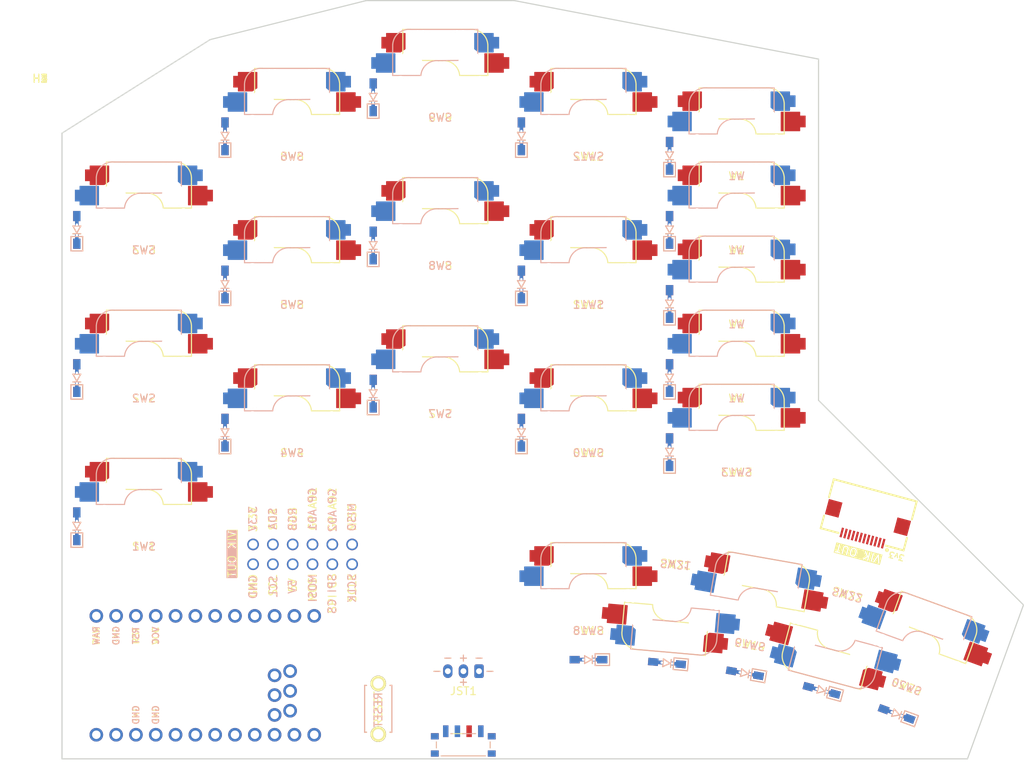
<source format=kicad_pcb>
(kicad_pcb (version 20240108) (generator "pcbnew") (generator_version "8.0")
  (title_block (title "menura") (rev "v1.0.0") (company "Unknown"))
  (layers (0 "F.Cu" signal) (31 "B.Cu" signal) (34 "B.Paste" user) (35 "F.Paste" user) (36 "B.SilkS" user "B.Silkscreen") (37 "F.SilkS" user "F.Silkscreen") (38 "B.Mask" user) (39 "F.Mask" user) (44 "Edge.Cuts" user))
  (net 0 "")
  (net 1 "RAW")
  (net 2 "GND")
  (net 3 "RST")
  (net 4 "Net-(D1-A)")
  (net 5 "row2")
  (net 6 "row1")
  (net 7 "Net-(D2-A)")
  (net 8 "Net-(D3-A)")
  (net 9 "row0")
  (net 10 "Net-(D4-A)")
  (net 11 "Net-(D5-A)")
  (net 12 "Net-(D6-A)")
  (net 13 "Net-(D7-A)")
  (net 14 "Net-(D8-A)")
  (net 15 "Net-(D9-A)")
  (net 16 "Net-(D10-A)")
  (net 17 "Net-(D11-A)")
  (net 18 "Net-(D12-A)")
  (net 19 "Net-(D13-A)")
  (net 20 "Net-(D14-A)")
  (net 21 "Net-(D15-A)")
  (net 22 "Net-(D16-A)")
  (net 23 "Net-(D17-A)")
  (net 24 "row3")
  (net 25 "Net-(D18-A)")
  (net 26 "Net-(D19-A)")
  (net 27 "Net-(D20-A)")
  (net 28 "Net-(D21-A)")
  (net 29 "Net-(D22-A)")
  (net 30 "Net-(JST1-Pin_2)")
  (net 31 "SCL")
  (net 32 "MISO")
  (net 33 "SDA")
  (net 34 "+3.3V")
  (net 36 "VIK_GPIO1")
  (net 38 "MOSI")
  (net 40 "col1")
  (net 42 "col4")
  (net 43 "CS")
  (net 45 "SCLK")
  (net 46 "col3")
  (net 47 "col0")
  (net 49 "VIK_GPIO2")
  (net 51 "col2")
  (footprint "quappo:Switch_power-reversible-kim" (layer "F.Cu") (at 140.95 129.915 -90)
    (property "Reference" "PWR1" (hide yes))
    (property "Value" "SW_SPDT" (hide yes))
    (pad "" smd rect (at -1.085 -3.65) (size 1 0.8) (layers "F.Cu" "F.Paste" "F.Mask"))
    (pad "" smd rect (at -1.085 -3.65 180) (size 1 0.8) (layers "B.Cu" "B.Paste" "B.Mask"))
    (pad "" smd rect (at -1.085 3.65) (size 1 0.8) (layers "F.Cu" "F.Paste" "F.Mask"))
    (pad "" smd rect (at -1.085 3.65 180) (size 1 0.8) (layers "B.Cu" "B.Paste" "B.Mask"))
    (pad "" np_thru_hole circle (at 0.025 -1.5) (size 0.9 0.9) (drill 0.9) (layers "*.Cu" "*.Mask"))
    (pad "" np_thru_hole circle (at 0.025 1.5) (size 0.9 0.9) (drill 0.9) (layers "*.Cu" "*.Mask"))
    (pad "" smd rect (at 1.125 -3.65) (size 1 0.8) (layers "F.Cu" "F.Paste" "F.Mask"))
    (pad "" smd rect (at 1.125 -3.65 180) (size 1 0.8) (layers "B.Cu" "B.Paste" "B.Mask"))
    (pad "" smd rect (at 1.125 3.65) (size 1 0.8) (layers "F.Cu" "F.Paste" "F.Mask"))
    (pad "" smd rect (at 1.125 3.65 180) (size 1 0.8) (layers "B.Cu" "B.Paste" "B.Mask"))
    (pad "1" smd rect (at -1.735 -2.25 180) (size 0.7 1.5) (layers "B.Cu" "B.Paste" "B.Mask") (net 1 "RAW"))
    (pad "1" smd rect (at -1.735 2.25) (size 0.7 1.5) (layers "F.Cu" "F.Paste" "F.Mask") (net 1 "RAW"))
    (pad "2" smd rect (at -1.735 -0.75) (size 0.7 1.5) (layers "F.Cu" "F.Paste" "F.Mask") (net 30 "Net-(JST1-Pin_2)"))
    (pad "2" smd rect (at -1.735 0.75 180) (size 0.7 1.5) (layers "B.Cu" "B.Paste" "B.Mask") (net 30 "Net-(JST1-Pin_2)"))
    (pad "3" smd rect (at -1.735 -2.25) (size 0.7 1.5) (layers "F.Cu" "F.Paste" "F.Mask"))
    (pad "3" smd rect (at -1.735 2.25 180) (size 0.7 1.5) (layers "B.Cu" "B.Paste" "B.Mask"))
  )
  (footprint "quappo:Switch_reset-2pin" (layer "F.Cu") (at 130.05 125.305 -90)
    (property "Reference" "RSW1" (hide yes))
    (property "Value" "SW_Push")
    (fp_text user "RESET" (at 0.127 0 -90) (layer "B.SilkS") (effects (justify mirror)))
    (fp_text user "RESET" (at 0 0 -90) (layer "F.SilkS"))
    (pad "1" thru_hole circle (at 3.25 0 270) (size 2 2) (drill 1.3) (layers "*.Cu" "*.Mask" "F.SilkS") (net 2 "GND"))
    (pad "2" thru_hole circle (at -3.25 0 270) (size 2 2) (drill 1.3) (layers "*.Cu" "*.Mask" "F.SilkS") (net 3 "RST"))
  )
  (footprint "quappo:Diode_SMD-reversible-urchin" (layer "F.Cu") (at 129.4 84.9 90)
    (property "Reference" "D7" (hide yes))
    (property "Value" "1N4148W" (hide yes))
    (pad "1" smd custom (at -1.775 0 90) (size 1.3 0.95) (layers "F.Cu") (net 5 "row2") (options (clearance outline) (anchor rect)) (primitives (gr_poly (pts (xy 1.0942 0.1774) (xy 0.521 0.1774) (xy 0.521 -0.1782) (xy 1.0942 -0.1782)) (width 0.1) (fill yes))))
    (pad "1" smd custom (at -1.775 0 90) (size 1.3 0.95) (layers "B.Cu") (net 5 "row2") (options (clearance outline) (anchor rect)) (primitives (gr_poly (pts (xy 1.094 0.177) (xy 0.5208 0.177) (xy 0.5208 -0.1786) (xy 1.094 -0.1786)) (width 0.1) (fill yes))))
    (pad "1" thru_hole circle (at -0.6746 0) (size 0.4572 0.4572) (drill 0.3048) (layers "*.Cu") (net 5 "row2"))
    (pad "2" thru_hole circle (at 0.6746 0.0004 180) (size 0.4572 0.4572) (drill 0.3048) (layers "*.Cu") (net 13 "Net-(D7-A)"))
    (pad "2" smd custom (at 1.775 0 90) (size 1.3 0.95) (layers "F.Cu") (net 13 "Net-(D7-A)") (options (clearance outline) (anchor rect)) (primitives (gr_poly (pts (xy -0.521 0.1786) (xy -1.0942 0.1786) (xy -1.0942 -0.177) (xy -0.521 -0.177)) (width 0.1) (fill yes))))
    (pad "2" smd custom (at 1.775 0 90) (size 1.3 0.95) (layers "B.Cu") (net 13 "Net-(D7-A)") (options (clearance outline) (anchor rect)) (primitives (gr_poly (pts (xy -0.5208 0.179) (xy -1.094 0.179) (xy -1.094 -0.1766) (xy -0.5208 -0.1766)) (width 0.1) (fill yes))))
  )
  (footprint "MountingHole:MountingHole_3.2mm_M3" (layer "F.Cu") (at 86.7 48.7)
    (property "Reference" "H2" (at 0 -4.2 0) (layer "F.SilkS"))
    (property "Value" "MountingHole")
    (pad "" np_thru_hole circle (at 0 0) (size 3.2 3.2) (drill 3.2) (layers "*.Cu" "*.Mask"))
  )
  (footprint "quappo:Switch_MX-hotswap-reversible" (layer "F.Cu") (at 157 50)
    (property "Reference" "SW12" (at 0 4.5 0) (layer "F.SilkS"))
    (property "Value" "SW_Push" (hide yes))
    (fp_text user "${REFERENCE}" (at 0 4.5 0) (layer "B.SilkS") (effects (justify mirror)))
    (pad "" np_thru_hole circle (at -5.08 0) (size 1.7 1.7) (drill 1.7) (layers "*.Cu" "*.Mask"))
    (pad "" np_thru_hole circle (at -3.81 -2.540001 180) (size 3 3) (drill 3) (layers "*.Cu" "*.Mask"))
    (pad "" np_thru_hole circle (at -2.54 -5.08 180) (size 3 3) (drill 3) (layers "*.Cu" "*.Mask"))
    (pad "" np_thru_hole circle (at 0 0 90) (size 4 4) (drill 4) (layers "*.Cu" "*.Mask"))
    (pad "" np_thru_hole circle (at 2.54 -5.08 180) (size 3 3) (drill 3) (layers "*.Cu" "*.Mask"))
    (pad "" np_thru_hole circle (at 3.81 -2.54 180) (size 3 3) (drill 3) (layers "*.Cu" "*.Mask"))
    (pad "" np_thru_hole circle (at 5.08 0) (size 1.7 1.7) (drill 1.7) (layers "*.Cu" "*.Mask"))
    (pad "1" smd custom (at -8.5 -2.5) (size 0.7 1.5) (layers "B.Cu" "B.Paste" "B.Mask") (net 46 "col3") (options (clearance outline) (anchor rect)) (primitives (gr_poly (pts (xy 0.3 -1.2) (xy 2.7 -1.2) (xy 2.7 1.2) (xy 0.3 1.2)) (width 0.1) (fill yes))))
    (pad "1" smd custom (at 8.5 -2.5) (size 0.7 1.5) (layers "F.Cu" "F.Paste" "F.Mask") (net 46 "col3") (options (clearance outline) (anchor rect)) (primitives (gr_poly (pts (xy -2.8 -1.2) (xy -0.4 -1.2) (xy -0.4 1.2) (xy -2.8 1.2)) (width 0.1) (fill yes))))
    (pad "2" smd custom (at -7.2 -5.1) (size 0.7 1.5) (layers "F.Cu" "F.Paste" "F.Mask") (net 18 "Net-(D12-A)") (options (clearance outline) (anchor rect)) (primitives (gr_poly (pts (xy 0.3 -1.2) (xy 0.3 1.2) (xy 2.1 1.2) (xy 2.7 0.8) (xy 2.7 -1.2)) (width 0.1) (fill yes))))
    (pad "2" smd custom (at 7.2 -5.1) (size 0.7 1.5) (layers "B.Cu" "B.Paste" "B.Mask") (net 18 "Net-(D12-A)") (options (clearance outline) (anchor rect)) (primitives (gr_poly (pts (xy -0.4 -1.2) (xy -2.8 -1.2) (xy -2.8 0.8) (xy -2.3 1.2) (xy -0.4 1.2)) (width 0.1) (fill yes))))
  )
  (footprint "quappo:Connector_vik-keyboard-horizontal" (layer "F.Cu") (at 192.660743 101.444826 165)
    (property "Reference" "VIK1" (hide yes))
    (property "Value" "~")
    (fp_text user "3v3" (at -5.9 -2.7 165) (layer "F.SilkS") (effects (font (size 0.75 0.75)) (justify left bottom)))
    (fp_text user "VIK OUT" (at -3.05 -3.48 165) (layer "F.SilkS" knockout) (effects (justify left bottom)))
    (pad "" smd rect (at -4.55 0.685999 165) (size 1.8 2) (layers "F.Cu" "F.Paste" "F.Mask"))
    (pad "" smd rect (at 4.55 0.686 165) (size 1.8 2) (layers "F.Cu" "F.Paste" "F.Mask"))
    (pad "1" smd rect (at -2.75 -2.038 165) (size 0.28 1.25) (layers "F.Cu" "F.Paste" "F.Mask") (net 34 "+3.3V"))
    (pad "2" smd rect (at -2.25 -2.038 165) (size 0.28 1.25) (layers "F.Cu" "F.Paste" "F.Mask") (net 2 "GND"))
    (pad "3" smd rect (at -1.75 -2.038 165) (size 0.28 1.25) (layers "F.Cu" "F.Paste" "F.Mask") (net 33 "SDA"))
    (pad "4" smd rect (at -1.25 -2.038 165) (size 0.28 1.25) (layers "F.Cu" "F.Paste" "F.Mask") (net 31 "SCL"))
    (pad "5" smd rect (at -0.75 -2.038 165) (size 0.28 1.25) (layers "F.Cu" "F.Paste" "F.Mask"))
    (pad "6" smd rect (at -0.25 -2.038 165) (size 0.28 1.25) (layers "F.Cu" "F.Paste" "F.Mask"))
    (pad "7" smd rect (at 0.25 -2.038 165) (size 0.28 1.25) (layers "F.Cu" "F.Paste" "F.Mask") (net 36 "VIK_GPIO1"))
    (pad "8" smd rect (at 0.75 -2.038001 165) (size 0.28 1.25) (layers "F.Cu" "F.Paste" "F.Mask") (net 38 "MOSI"))
    (pad "9" smd rect (at 1.25 -2.038 165) (size 0.28 1.25) (layers "F.Cu" "F.Paste" "F.Mask") (net 49 "VIK_GPIO2"))
    (pad "10" smd rect (at 1.749999 -2.038 165) (size 0.28 1.25) (layers "F.Cu" "F.Paste" "F.Mask") (net 43 "CS"))
    (pad "11" smd rect (at 2.25 -2.038 165) (size 0.28 1.25) (layers "F.Cu" "F.Paste" "F.Mask") (net 32 "MISO"))
    (pad "12" smd rect (at 2.75 -2.037999 165) (size 0.28 1.25) (layers "F.Cu" "F.Paste" "F.Mask") (net 45 "SCLK"))
  )
  (footprint "quappo:Diode_SMD-reversible-urchin" (layer "F.Cu") (at 167.4 73.4 90)
    (property "Reference" "D15" (hide yes))
    (property "Value" "1N4148W" (hide yes))
    (pad "1" smd custom (at -1.775 0 90) (size 1.3 0.95) (layers "F.Cu") (net 6 "row1") (options (clearance outline) (anchor rect)) (primitives (gr_poly (pts (xy 1.0942 0.1774) (xy 0.521 0.1774) (xy 0.521 -0.1782) (xy 1.0942 -0.1782)) (width 0.1) (fill yes))))
    (pad "1" smd custom (at -1.775 0 90) (size 1.3 0.95) (layers "B.Cu") (net 6 "row1") (options (clearance outline) (anchor rect)) (primitives (gr_poly (pts (xy 1.094 0.177) (xy 0.5208 0.177) (xy 0.5208 -0.1786) (xy 1.094 -0.1786)) (width 0.1) (fill yes))))
    (pad "1" thru_hole circle (at -0.6746 0) (size 0.4572 0.4572) (drill 0.3048) (layers "*.Cu") (net 6 "row1"))
    (pad "2" thru_hole circle (at 0.6746 0.0004 180) (size 0.4572 0.4572) (drill 0.3048) (layers "*.Cu") (net 21 "Net-(D15-A)"))
    (pad "2" smd custom (at 1.775 0 90) (size 1.3 0.95) (layers "F.Cu") (net 21 "Net-(D15-A)") (options (clearance outline) (anchor rect)) (primitives (gr_poly (pts (xy -0.521 0.1786) (xy -1.0942 0.1786) (xy -1.0942 -0.177) (xy -0.521 -0.177)) (width 0.1) (fill yes))))
    (pad "2" smd custom (at 1.775 0 90) (size 1.3 0.95) (layers "B.Cu") (net 21 "Net-(D15-A)") (options (clearance outline) (anchor rect)) (primitives (gr_poly (pts (xy -0.5208 0.179) (xy -1.094 0.179) (xy -1.094 -0.1766) (xy -0.5208 -0.1766)) (width 0.1) (fill yes))))
  )
  (footprint "quappo:Switch_MX-hotswap-reversible" (layer "F.Cu") (at 119 88)
    (property "Reference" "SW4" (at 0 4.5 0) (layer "F.SilkS"))
    (property "Value" "SW_Push" (hide yes))
    (fp_text user "${REFERENCE}" (at 0 4.5 0) (layer "B.SilkS") (effects (justify mirror)))
    (pad "" np_thru_hole circle (at -5.08 0) (size 1.7 1.7) (drill 1.7) (layers "*.Cu" "*.Mask"))
    (pad "" np_thru_hole circle (at -3.81 -2.540001 180) (size 3 3) (drill 3) (layers "*.Cu" "*.Mask"))
    (pad "" np_thru_hole circle (at -2.54 -5.08 180) (size 3 3) (drill 3) (layers "*.Cu" "*.Mask"))
    (pad "" np_thru_hole circle (at 0 0 90) (size 4 4) (drill 4) (layers "*.Cu" "*.Mask"))
    (pad "" np_thru_hole circle (at 2.54 -5.08 180) (size 3 3) (drill 3) (layers "*.Cu" "*.Mask"))
    (pad "" np_thru_hole circle (at 3.81 -2.54 180) (size 3 3) (drill 3) (layers "*.Cu" "*.Mask"))
    (pad "" np_thru_hole circle (at 5.08 0) (size 1.7 1.7) (drill 1.7) (layers "*.Cu" "*.Mask"))
    (pad "1" smd custom (at -8.5 -2.5) (size 0.7 1.5) (layers "B.Cu" "B.Paste" "B.Mask") (net 40 "col1") (options (clearance outline) (anchor rect)) (primitives (gr_poly (pts (xy 0.3 -1.2) (xy 2.7 -1.2) (xy 2.7 1.2) (xy 0.3 1.2)) (width 0.1) (fill yes))))
    (pad "1" smd custom (at 8.5 -2.5) (size 0.7 1.5) (layers "F.Cu" "F.Paste" "F.Mask") (net 40 "col1") (options (clearance outline) (anchor rect)) (primitives (gr_poly (pts (xy -2.8 -1.2) (xy -0.4 -1.2) (xy -0.4 1.2) (xy -2.8 1.2)) (width 0.1) (fill yes))))
    (pad "2" smd custom (at -7.2 -5.1) (size 0.7 1.5) (layers "F.Cu" "F.Paste" "F.Mask") (net 10 "Net-(D4-A)") (options (clearance outline) (anchor rect)) (primitives (gr_poly (pts (xy 0.3 -1.2) (xy 0.3 1.2) (xy 2.1 1.2) (xy 2.7 0.8) (xy 2.7 -1.2)) (width 0.1) (fill yes))))
    (pad "2" smd custom (at 7.2 -5.1) (size 0.7 1.5) (layers "B.Cu" "B.Paste" "B.Mask") (net 10 "Net-(D4-A)") (options (clearance outline) (anchor rect)) (primitives (gr_poly (pts (xy -0.4 -1.2) (xy -2.8 -1.2) (xy -2.8 0.8) (xy -2.3 1.2) (xy -0.4 1.2)) (width 0.1) (fill yes))))
  )
  (footprint "quappo:Switch_MX-hotswap-reversible" (layer "F.Cu") (at 138 45)
    (property "Reference" "SW9" (at 0 4.5 0) (layer "F.SilkS"))
    (property "Value" "SW_Push" (hide yes))
    (fp_text user "${REFERENCE}" (at 0 4.5 0) (layer "B.SilkS") (effects (justify mirror)))
    (pad "" np_thru_hole circle (at -5.08 0) (size 1.7 1.7) (drill 1.7) (layers "*.Cu" "*.Mask"))
    (pad "" np_thru_hole circle (at -3.81 -2.540001 180) (size 3 3) (drill 3) (layers "*.Cu" "*.Mask"))
    (pad "" np_thru_hole circle (at -2.54 -5.08 180) (size 3 3) (drill 3) (layers "*.Cu" "*.Mask"))
    (pad "" np_thru_hole circle (at 0 0 90) (size 4 4) (drill 4) (layers "*.Cu" "*.Mask"))
    (pad "" np_thru_hole circle (at 2.54 -5.08 180) (size 3 3) (drill 3) (layers "*.Cu" "*.Mask"))
    (pad "" np_thru_hole circle (at 3.81 -2.54 180) (size 3 3) (drill 3) (layers "*.Cu" "*.Mask"))
    (pad "" np_thru_hole circle (at 5.08 0) (size 1.7 1.7) (drill 1.7) (layers "*.Cu" "*.Mask"))
    (pad "1" smd custom (at -8.5 -2.5) (size 0.7 1.5) (layers "B.Cu" "B.Paste" "B.Mask") (net 51 "col2") (options (clearance outline) (anchor rect)) (primitives (gr_poly (pts (xy 0.3 -1.2) (xy 2.7 -1.2) (xy 2.7 1.2) (xy 0.3 1.2)) (width 0.1) (fill yes))))
    (pad "1" smd custom (at 8.5 -2.5) (size 0.7 1.5) (layers "F.Cu" "F.Paste" "F.Mask") (net 51 "col2") (options (clearance outline) (anchor rect)) (primitives (gr_poly (pts (xy -2.8 -1.2) (xy -0.4 -1.2) (xy -0.4 1.2) (xy -2.8 1.2)) (width 0.1) (fill yes))))
    (pad "2" smd custom (at -7.2 -5.1) (size 0.7 1.5) (layers "F.Cu" "F.Paste" "F.Mask") (net 15 "Net-(D9-A)") (options (clearance outline) (anchor rect)) (primitives (gr_poly (pts (xy 0.3 -1.2) (xy 0.3 1.2) (xy 2.1 1.2) (xy 2.7 0.8) (xy 2.7 -1.2)) (width 0.1) (fill yes))))
    (pad "2" smd custom (at 7.2 -5.1) (size 0.7 1.5) (layers "B.Cu" "B.Paste" "B.Mask") (net 15 "Net-(D9-A)") (options (clearance outline) (anchor rect)) (primitives (gr_poly (pts (xy -0.4 -1.2) (xy -2.8 -1.2) (xy -2.8 0.8) (xy -2.3 1.2) (xy -0.4 1.2)) (width 0.1) (fill yes))))
  )
  (footprint "quappo:Diode_SMD-reversible-urchin" (layer "F.Cu") (at 177.062013 120.755199 170)
    (property "Reference" "D19" (hide yes))
    (property "Value" "1N4148W" (hide yes))
    (pad "1" smd custom (at -1.775 0 170) (size 1.3 0.95) (layers "F.Cu") (net 24 "row3") (options (clearance outline) (anchor rect)) (primitives (gr_poly (pts (xy 1.0942 0.1774) (xy 0.521 0.1774) (xy 0.521 -0.1782) (xy 1.0942 -0.1782)) (width 0.1) (fill yes))))
    (pad "1" smd custom (at -1.775 0 170) (size 1.3 0.95) (layers "B.Cu") (net 24 "row3") (options (clearance outline) (anchor rect)) (primitives (gr_poly (pts (xy 1.094 0.177) (xy 0.5208 0.177) (xy 0.5208 -0.1786) (xy 1.094 -0.1786)) (width 0.1) (fill yes))))
    (pad "1" thru_hole circle (at -0.6746 0 80) (size 0.4572 0.4572) (drill 0.3048) (layers "*.Cu") (net 24 "row3"))
    (pad "2" thru_hole circle (at 0.6746 0.0004 260) (size 0.4572 0.4572) (drill 0.3048) (layers "*.Cu") (net 26 "Net-(D19-A)"))
    (pad "2" smd custom (at 1.775 0 170) (size 1.3 0.95) (layers "F.Cu") (net 26 "Net-(D19-A)") (options (clearance outline) (anchor rect)) (primitives (gr_poly (pts (xy -0.521 0.1786) (xy -1.0942 0.1786) (xy -1.0942 -0.177) (xy -0.521 -0.177)) (width 0.1) (fill yes))))
    (pad "2" smd custom (at 1.775 0 170) (size 1.3 0.95) (layers "B.Cu") (net 26 "Net-(D19-A)") (options (clearance outline) (anchor rect)) (primitives (gr_poly (pts (xy -0.5208 0.179) (xy -1.094 0.179) (xy -1.094 -0.1766) (xy -0.5208 -0.1766)) (width 0.1) (fill yes))))
  )
  (footprint "quappo:Switch_MX-hotswap-reversible" (layer "F.Cu") (at 157 69)
    (property "Reference" "SW11" (at 0 4.5 0) (layer "F.SilkS"))
    (property "Value" "SW_Push" (hide yes))
    (fp_text user "${REFERENCE}" (at 0 4.5 0) (layer "B.SilkS") (effects (justify mirror)))
    (pad "" np_thru_hole circle (at -5.08 0) (size 1.7 1.7) (drill 1.7) (layers "*.Cu" "*.Mask"))
    (pad "" np_thru_hole circle (at -3.81 -2.540001 180) (size 3 3) (drill 3) (layers "*.Cu" "*.Mask"))
    (pad "" np_thru_hole circle (at -2.54 -5.08 180) (size 3 3) (drill 3) (layers "*.Cu" "*.Mask"))
    (pad "" np_thru_hole circle (at 0 0 90) (size 4 4) (drill 4) (layers "*.Cu" "*.Mask"))
    (pad "" np_thru_hole circle (at 2.54 -5.08 180) (size 3 3) (drill 3) (layers "*.Cu" "*.Mask"))
    (pad "" np_thru_hole circle (at 3.81 -2.54 180) (size 3 3) (drill 3) (layers "*.Cu" "*.Mask"))
    (pad "" np_thru_hole circle (at 5.08 0) (size 1.7 1.7) (drill 1.7) (layers "*.Cu" "*.Mask"))
    (pad "1" smd custom (at -8.5 -2.5) (size 0.7 1.5) (layers "B.Cu" "B.Paste" "B.Mask") (net 46 "col3") (options (clearance outline) (anchor rect)) (primitives (gr_poly (pts (xy 0.3 -1.2) (xy 2.7 -1.2) (xy 2.7 1.2) (xy 0.3 1.2)) (width 0.1) (fill yes))))
    (pad "1" smd custom (at 8.5 -2.5) (size 0.7 1.5) (layers "F.Cu" "F.Paste" "F.Mask") (net 46 "col3") (options (clearance outline) (anchor rect)) (primitives (gr_poly (pts (xy -2.8 -1.2) (xy -0.4 -1.2) (xy -0.4 1.2) (xy -2.8 1.2)) (width 0.1) (fill yes))))
    (pad "2" smd custom (at -7.2 -5.1) (size 0.7 1.5) (layers "F.Cu" "F.Paste" "F.Mask") (net 17 "Net-(D11-A)") (options (clearance outline) (anchor rect)) (primitives (gr_poly (pts (xy 0.3 -1.2) (xy 0.3 1.2) (xy 2.1 1.2) (xy 2.7 0.8) (xy 2.7 -1.2)) (width 0.1) (fill yes))))
    (pad "2" smd custom (at 7.2 -5.1) (size 0.7 1.5) (layers "B.Cu" "B.Paste" "B.Mask") (net 17 "Net-(D11-A)") (options (clearance outline) (anchor rect)) (primitives (gr_poly (pts (xy -0.4 -1.2) (xy -2.8 -1.2) (xy -2.8 0.8) (xy -2.3 1.2) (xy -0.4 1.2)) (width 0.1) (fill yes))))
  )
  (footprint "quappo:Connector_vik-keyboard-throughhole" (layer "F.Cu") (at 119 105.5)
    (property "Reference" "VIK2" (hide yes))
    (property "Value" "~" (hide yes))
    (fp_text user "GP AD2" (at 5.77 -8.52 90) (layer "B.SilkS") (effects (justify left bottom mirror)))
    (fp_text user "GND" (at -4.42 2.58 90) (layer "B.SilkS") (effects (justify left bottom mirror)))
    (fp_text user "SCLK" (at 8.27 2.36 90) (layer "B.SilkS") (effects (justify left bottom mirror)))
    (fp_text user "SDA" (at -1.89 -6.08 90) (layer "B.SilkS") (effects (justify left bottom mirror)))
    (fp_text user "MOSI" (at 3.23 2.43 90) (layer "B.SilkS") (effects (justify left bottom mirror)))
    (fp_text user "SPI CS" (at 5.72 2.41 90) (layer "B.SilkS") (effects (justify left bottom mirror)))
    (fp_text user "SCL" (at -1.82 2.64 90) (layer "B.SilkS") (effects (justify left bottom mirror)))
    (fp_text user "3.3V" (at -4.43 -6.28 90) (layer "B.SilkS") (effects (justify left bottom mirror)))
    (fp_text user "MISO" (at 8.25 -6.68 90) (layer "B.SilkS") (effects (justify left bottom mirror)))
    (fp_text user "RGB" (at 0.65 -6.08 90) (layer "B.SilkS") (effects (justify left bottom mirror)))
    (fp_text user "GP AD1" (at 3.2 -8.64 90) (layer "B.SilkS") (effects (justify left bottom mirror)))
    (fp_text user "VIK OUT" (at -7.1 -3.09 90) (layer "B.SilkS" knockout) (effects (justify left bottom mirror)))
    (fp_text user "5V" (at 0.64 3.14 90) (layer "B.SilkS") (effects (justify left bottom mirror)))
    (fp_text user "SDA" (at -1.86 -2.97 90) (layer "F.SilkS") (effects (justify left bottom)))
    (fp_text user "SCL" (at -1.86 5.47 90) (layer "F.SilkS") (effects (justify left bottom)))
    (fp_text user "MOSI" (at 3.22 6.17 90) (layer "F.SilkS") (effects (justify left bottom)))
    (fp_text user "RGB" (at 0.68 -2.97 90) (layer "F.SilkS") (effects (justify left bottom)))
    (fp_text user "VIK OUT" (at -7.02 2.99 90) (layer "F.SilkS" knockout) (effects (justify left bottom)))
    (fp_text user "3.3V" (at -4.4 -2.77 90) (layer "F.SilkS") (effects (justify left bottom)))
    (fp_text user "SPI CS" (at 5.76 7.67 90) (layer "F.SilkS") (effects (justify left bottom)))
    (fp_text user "GP AD2" (at 5.76 -2.87 90) (layer "F.SilkS") (effects (justify left bottom)))
    (fp_text user "GP AD1" (at 3.22 -2.97 90) (layer "F.SilkS") (effects (justify left bottom)))
    (fp_text user "GND" (at -4.4 5.67 90) (layer "F.SilkS") (effects (justify left bottom)))
    (fp_text user "SCLK" (at 8.3 6.27 90) (layer "F.SilkS") (effects (justify left bottom)))
    (fp_text user "5V" (at 0.68 4.97 90) (layer "F.SilkS") (effects (justify left bottom)))
    (fp_text user "MISO" (at 8.3 -2.87 90) (layer "F.SilkS") (effects (justify left bottom)))
    (pad "1" thru_hole circle (at -5 -1.27) (size 1.5 1.5) (drill 1.1) (layers "*.Cu" "*.Mask") (net 34 "+3.3V"))
    (pad "2" thru_hole circle (at -5 1.27) (size 1.5 1.5) (drill 1.1) (layers "*.Cu" "*.Mask") (net 2 "GND"))
    (pad "3" thru_hole circle (at -2.46 -1.27) (size 1.5 1.5) (drill 1.1) (layers "*.Cu" "*.Mask") (net 33 "SDA"))
    (pad "4" thru_hole circle (at -2.46 1.27) (size 1.5 1.5) (drill 1.1) (layers "*.Cu" "*.Mask") (net 31 "SCL"))
    (pad "5" thru_hole circle (at 0.08 -1.27) (size 1.5 1.5) (drill 1.1) (layers "*.Cu" "*.Mask"))
    (pad "6" thru_hole circle (at 0.08 1.27) (size 1.5 1.5) (drill 1.1) (layers "*.Cu" "*.Mask"))
    (pad "7" thru_hole circle (at 2.62 -1.27) (size 1.5 1.5) (drill 1.1) (layers "*.Cu" "*.Mask") (net 36 "VIK_GPIO1"))
    (pad "8" thru_hole circle (at 2.62 1.27) (size 1.5 1.5) (drill 1.1) (layers "*.Cu" "*.Mask") (net 38 "MOSI"))
    (pad "9" thru_hole circle (at 5.16 -1.27) (size 1.5 1.5) (drill 1.1) (layers "*.Cu" "*.Mask") (net 49 "VIK_GPIO2"))
    (pad "10" thru_hole circle (at 5.16 1.27) (size 1.5 1.5) (drill 1.1) (layers "*.Cu" "*.Mask") (net 43 "CS"))
    (pad "11" thru_hole circle (at 7.7 -1.27) (size 1.5 1.5) (drill 1.1) (layers "*.Cu" "*.Mask") (net 32 "MISO"))
    (pad "12" thru_hole circle (at 7.7 1.27) (size 1.5 1.5) (drill 1.1) (layers "*.Cu" "*.Mask") (net 45 "SCLK"))
  )
  (footprint "quappo:Switch_MX-hotswap-reversible" (layer "F.Cu") (at 189.024335 115.016084 165)
    (property "Reference" "SW22" (at 0 4.5 165) (layer "F.SilkS"))
    (property "Value" "SW_Push" (hide yes))
    (fp_text user "${REFERENCE}" (at 0 4.5 165) (layer "B.SilkS") (effects (justify mirror)))
    (pad "" np_thru_hole circle (at -5.08 0 165) (size 1.7 1.7) (drill 1.7) (layers "*.Cu" "*.Mask"))
    (pad "" np_thru_hole circle (at -3.81 -2.540001 345) (size 3 3) (drill 3) (layers "*.Cu" "*.Mask"))
    (pad "" np_thru_hole circle (at -2.54 -5.08 345) (size 3 3) (drill 3) (layers "*.Cu" "*.Mask"))
    (pad "" np_thru_hole circle (at 0 0 255) (size 4 4) (drill 4) (layers "*.Cu" "*.Mask"))
    (pad "" np_thru_hole circle (at 2.54 -5.08 345) (size 3 3) (drill 3) (layers "*.Cu" "*.Mask"))
    (pad "" np_thru_hole circle (at 3.81 -2.54 345) (size 3 3) (drill 3) (layers "*.Cu" "*.Mask"))
    (pad "" np_thru_hole circle (at 5.08 0 165) (size 1.7 1.7) (drill 1.7) (layers "*.Cu" "*.Mask"))
    (pad "1" smd custom (at -8.5 -2.5 165) (size 0.7 1.5) (layers "B.Cu" "B.Paste" "B.Mask") (net 46 "col3") (options (clearance outline) (anchor rect)) (primitives (gr_poly (pts (xy 0.3 -1.2) (xy 2.7 -1.2) (xy 2.7 1.2) (xy 0.3 1.2)) (width 0.1) (fill yes))))
    (pad "1" smd custom (at 8.5 -2.5 165) (size 0.7 1.5) (layers "F.Cu" "F.Paste" "F.Mask") (net 46 "col3") (options (clearance outline) (anchor rect)) (primitives (gr_poly (pts (xy -2.8 -1.2) (xy -0.4 -1.2) (xy -0.4 1.2) (xy -2.8 1.2)) (width 0.1) (fill yes))))
    (pad "2" smd custom (at -7.2 -5.1 165) (size 0.7 1.5) (layers "F.Cu" "F.Paste" "F.Mask") (net 29 "Net-(D22-A)") (options (clearance outline) (anchor rect)) (primitives (gr_poly (pts (xy 0.3 -1.2) (xy 0.3 1.2) (xy 2.1 1.2) (xy 2.7 0.8) (xy 2.7 -1.2)) (width 0.1) (fill yes))))
    (pad "2" smd custom (at 7.2 -5.1 165) (size 0.7 1.5) (layers "B.Cu" "B.Paste" "B.Mask") (net 29 "Net-(D22-A)") (options (clearance outline) (anchor rect)) (primitives (gr_poly (pts (xy -0.4 -1.2) (xy -2.8 -1.2) (xy -2.8 0.8) (xy -2.3 1.2) (xy -0.4 1.2)) (width 0.1) (fill yes))))
  )
  (footprint "quappo:Diode_SMD-reversible-urchin" (layer "F.Cu") (at 91.4 101.9 90)
    (property "Reference" "D1" (hide yes))
    (property "Value" "1N4148W" (hide yes))
    (pad "1" smd custom (at -1.775 0 90) (size 1.3 0.95) (layers "F.Cu") (net 5 "row2") (options (clearance outline) (anchor rect)) (primitives (gr_poly (pts (xy 1.0942 0.1774) (xy 0.521 0.1774) (xy 0.521 -0.1782) (xy 1.0942 -0.1782)) (width 0.1) (fill yes))))
    (pad "1" smd custom (at -1.775 0 90) (size 1.3 0.95) (layers "B.Cu") (net 5 "row2") (options (clearance outline) (anchor rect)) (primitives (gr_poly (pts (xy 1.094 0.177) (xy 0.5208 0.177) (xy 0.5208 -0.1786) (xy 1.094 -0.1786)) (width 0.1) (fill yes))))
    (pad "1" thru_hole circle (at -0.6746 0) (size 0.4572 0.4572) (drill 0.3048) (layers "*.Cu") (net 5 "row2"))
    (pad "2" thru_hole circle (at 0.6746 0.0004 180) (size 0.4572 0.4572) (drill 0.3048) (layers "*.Cu") (net 4 "Net-(D1-A)"))
    (pad "2" smd custom (at 1.775 0 90) (size 1.3 0.95) (layers "F.Cu") (net 4 "Net-(D1-A)") (options (clearance outline) (anchor rect)) (primitives (gr_poly (pts (xy -0.521 0.1786) (xy -1.0942 0.1786) (xy -1.0942 -0.177) (xy -0.521 -0.177)) (width 0.1) (fill yes))))
    (pad "2" smd custom (at 1.775 0 90) (size 1.3 0.95) (layers "B.Cu") (net 4 "Net-(D1-A)") (options (clearance outline) (anchor rect)) (primitives (gr_poly (pts (xy -0.5208 0.179) (xy -1.094 0.179) (xy -1.094 -0.1766) (xy -0.5208 -0.1766)) (width 0.1) (fill yes))))
  )
  (footprint "quappo:Switch_MX-hotswap-reversible" (layer "F.Cu") (at 100 100)
    (property "Reference" "SW1" (at 0 4.5 0) (layer "F.SilkS"))
    (property "Value" "SW_Push" (hide yes))
    (fp_text user "${REFERENCE}" (at 0 4.5 0) (layer "B.SilkS") (effects (justify mirror)))
    (pad "" np_thru_hole circle (at -5.08 0) (size 1.7 1.7) (drill 1.7) (layers "*.Cu" "*.Mask"))
    (pad "" np_thru_hole circle (at -3.81 -2.540001 180) (size 3 3) (drill 3) (layers "*.Cu" "*.Mask"))
    (pad "" np_thru_hole circle (at -2.54 -5.08 180) (size 3 3) (drill 3) (layers "*.Cu" "*.Mask"))
    (pad "" np_thru_hole circle (at 0 0 90) (size 4 4) (drill 4) (layers "*.Cu" "*.Mask"))
    (pad "" np_thru_hole circle (at 2.54 -5.08 180) (size 3 3) (drill 3) (layers "*.Cu" "*.Mask"))
    (pad "" np_thru_hole circle (at 3.81 -2.54 180) (size 3 3) (drill 3) (layers "*.Cu" "*.Mask"))
    (pad "" np_thru_hole circle (at 5.08 0) (size 1.7 1.7) (drill 1.7) (layers "*.Cu" "*.Mask"))
    (pad "1" smd custom (at -8.5 -2.5) (size 0.7 1.5) (layers "B.Cu" "B.Paste" "B.Mask") (net 47 "col0") (options (clearance outline) (anchor rect)) (primitives (gr_poly (pts (xy 0.3 -1.2) (xy 2.7 -1.2) (xy 2.7 1.2) (xy 0.3 1.2)) (width 0.1) (fill yes))))
    (pad "1" smd custom (at 8.5 -2.5) (size 0.7 1.5) (layers "F.Cu" "F.Paste" "F.Mask") (net 47 "col0") (options (clearance outline) (anchor rect)) (primitives (gr_poly (pts (xy -2.8 -1.2) (xy -0.4 -1.2) (xy -0.4 1.2) (xy -2.8 1.2)) (width 0.1) (fill yes))))
    (pad "2" smd custom (at -7.2 -5.1) (size 0.7 1.5) (layers "F.Cu" "F.Paste" "F.Mask") (net 4 "Net-(D1-A)") (options (clearance outline) (anchor rect)) (primitives (gr_poly (pts (xy 0.3 -1.2) (xy 0.3 1.2) (xy 2.1 1.2) (xy 2.7 0.8) (xy 2.7 -1.2)) (width 0.1) (fill yes))))
    (pad "2" smd custom (at 7.2 -5.1) (size 0.7 1.5) (layers "B.Cu" "B.Paste" "B.Mask") (net 4 "Net-(D1-A)") (options (clearance outline) (anchor rect)) (primitives (gr_poly (pts (xy -0.4 -1.2) (xy -2.8 -1.2) (xy -2.8 0.8) (xy -2.3 1.2) (xy -0.4 1.2)) (width 0.1) (fill yes))))
  )
  (footprint "quappo:Switch_MX-hotswap-reversible" (layer "F.Cu") (at 176 62)
    (property "Reference" "SW16" (at 0 4.5 0) (layer "F.SilkS"))
    (property "Value" "SW_Push" (hide yes))
    (fp_text user "${REFERENCE}" (at 0 4.5 0) (layer "B.SilkS") (effects (justify mirror)))
    (pad "" np_thru_hole circle (at -5.08 0) (size 1.7 1.7) (drill 1.7) (layers "*.Cu" "*.Mask"))
    (pad "" np_thru_hole circle (at -3.81 -2.540001 180) (size 3 3) (drill 3) (layers "*.Cu" "*.Mask"))
    (pad "" np_thru_hole circle (at -2.54 -5.08 180) (size 3 3) (drill 3) (layers "*.Cu" "*.Mask"))
    (pad "" np_thru_hole circle (at 0 0 90) (size 4 4) (drill 4) (layers "*.Cu" "*.Mask"))
    (pad "" np_thru_hole circle (at 2.54 -5.08 180) (size 3 3) (drill 3) (layers "*.Cu" "*.Mask"))
    (pad "" np_thru_hole circle (at 3.81 -2.54 180) (size 3 3) (drill 3) (layers "*.Cu" "*.Mask"))
    (pad "" np_thru_hole circle (at 5.08 0) (size 1.7 1.7) (drill 1.7) (layers "*.Cu" "*.Mask"))
    (pad "1" smd custom (at -8.5 -2.5) (size 0.7 1.5) (layers "B.Cu" "B.Paste" "B.Mask") (net 42 "col4") (options (clearance outline) (anchor rect)) (primitives (gr_poly (pts (xy 0.3 -1.2) (xy 2.7 -1.2) (xy 2.7 1.2) (xy 0.3 1.2)) (width 0.1) (fill yes))))
    (pad "1" smd custom (at 8.5 -2.5) (size 0.7 1.5) (layers "F.Cu" "F.Paste" "F.Mask") (net 42 "col4") (options (clearance outline) (anchor rect)) (primitives (gr_poly (pts (xy -2.8 -1.2) (xy -0.4 -1.2) (xy -0.4 1.2) (xy -2.8 1.2)) (width 0.1) (fill yes))))
    (pad "2" smd custom (at -7.2 -5.1) (size 0.7 1.5) (layers "F.Cu" "F.Paste" "F.Mask") (net 22 "Net-(D16-A)") (options (clearance outline) (anchor rect)) (primitives (gr_poly (pts (xy 0.3 -1.2) (xy 0.3 1.2) (xy 2.1 1.2) (xy 2.7 0.8) (xy 2.7 -1.2)) (width 0.1) (fill yes))))
    (pad "2" smd custom (at 7.2 -5.1) (size 0.7 1.5) (layers "B.Cu" "B.Paste" "B.Mask") (net 22 "Net-(D16-A)") (options (clearance outline) (anchor rect)) (primitives (gr_poly (pts (xy -0.4 -1.2) (xy -2.8 -1.2) (xy -2.8 0.8) (xy -2.3 1.2) (xy -0.4 1.2)) (width 0.1) (fill yes))))
  )
  (footprint "quappo:Diode_SMD-reversible-urchin" (layer "F.Cu") (at 157 119 180)
    (property "Reference" "D18" (hide yes))
    (property "Value" "1N4148W" (hide yes))
    (pad "1" smd custom (at -1.775 0 180) (size 1.3 0.95) (layers "F.Cu") (net 24 "row3") (options (clearance outline) (anchor rect)) (primitives (gr_poly (pts (xy 1.0942 0.1774) (xy 0.521 0.1774) (xy 0.521 -0.1782) (xy 1.0942 -0.1782)) (width 0.1) (fill yes))))
    (pad "1" smd custom (at -1.775 0 180) (size 1.3 0.95) (layers "B.Cu") (net 24 "row3") (options (clearance outline) (anchor rect)) (primitives (gr_poly (pts (xy 1.094 0.177) (xy 0.5208 0.177) (xy 0.5208 -0.1786) (xy 1.094 -0.1786)) (width 0.1) (fill yes))))
    (pad "1" thru_hole circle (at -0.6746 0 90) (size 0.4572 0.4572) (drill 0.3048) (layers "*.Cu") (net 24 "row3"))
    (pad "2" thru_hole circle (at 0.6746 0.0004 270) (size 0.4572 0.4572) (drill 0.3048) (layers "*.Cu") (net 25 "Net-(D18-A)"))
    (pad "2" smd custom (at 1.775 0 180) (size 1.3 0.95) (layers "F.Cu") (net 25 "Net-(D18-A)") (options (clearance outline) (anchor rect)) (primitives (gr_poly (pts (xy -0.521 0.1786) (xy -1.0942 0.1786) (xy -1.0942 -0.177) (xy -0.521 -0.177)) (width 0.1) (fill yes))))
    (pad "2" smd custom (at 1.775 0 180) (size 1.3 0.95) (layers "B.Cu") (net 25 "Net-(D18-A)") (options (clearance outline) (anchor rect)) (primitives (gr_poly (pts (xy -0.5208 0.179) (xy -1.094 0.179) (xy -1.094 -0.1766) (xy -0.5208 -0.1766)) (width 0.1) (fill yes))))
  )
  (footprint "quappo:Switch_MX-hotswap-reversible" (layer "F.Cu") (at 176 71.5)
    (property "Reference" "SW15" (at 0 4.5 0) (layer "F.SilkS"))
    (property "Value" "SW_Push" (hide yes))
    (fp_text user "${REFERENCE}" (at 0 4.5 0) (layer "B.SilkS") (effects (justify mirror)))
    (pad "" np_thru_hole circle (at -5.08 0) (size 1.7 1.7) (drill 1.7) (layers "*.Cu" "*.Mask"))
    (pad "" np_thru_hole circle (at -3.81 -2.540001 180) (size 3 3) (drill 3) (layers "*.Cu" "*.Mask"))
    (pad "" np_thru_hole circle (at -2.54 -5.08 180) (size 3 3) (drill 3) (layers "*.Cu" "*.Mask"))
    (pad "" np_thru_hole circle (at 0 0 90) (size 4 4) (drill 4) (layers "*.Cu" "*.Mask"))
    (pad "" np_thru_hole circle (at 2.54 -5.08 180) (size 3 3) (drill 3) (layers "*.Cu" "*.Mask"))
    (pad "" np_thru_hole circle (at 3.81 -2.54 180) (size 3 3) (drill 3) (layers "*.Cu" "*.Mask"))
    (pad "" np_thru_hole circle (at 5.08 0) (size 1.7 1.7) (drill 1.7) (layers "*.Cu" "*.Mask"))
    (pad "1" smd custom (at -8.5 -2.5) (size 0.7 1.5) (layers "B.Cu" "B.Paste" "B.Mask") (net 42 "col4") (options (clearance outline) (anchor rect)) (primitives (gr_poly (pts (xy 0.3 -1.2) (xy 2.7 -1.2) (xy 2.7 1.2) (xy 0.3 1.2)) (width 0.1) (fill yes))))
    (pad "1" smd custom (at 8.5 -2.5) (size 0.7 1.5) (layers "F.Cu" "F.Paste" "F.Mask") (net 42 "col4") (options (clearance outline) (anchor rect)) (primitives (gr_poly (pts (xy -2.8 -1.2) (xy -0.4 -1.2) (xy -0.4 1.2) (xy -2.8 1.2)) (width 0.1) (fill yes))))
    (pad "2" smd custom (at -7.2 -5.1) (size 0.7 1.5) (layers "F.Cu" "F.Paste" "F.Mask") (net 21 "Net-(D15-A)") (options (clearance outline) (anchor rect)) (primitives (gr_poly (pts (xy 0.3 -1.2) (xy 0.3 1.2) (xy 2.1 1.2) (xy 2.7 0.8) (xy 2.7 -1.2)) (width 0.1) (fill yes))))
    (pad "2" smd custom (at 7.2 -5.1) (size 0.7 1.5) (layers "B.Cu" "B.Paste" "B.Mask") (net 21 "Net-(D15-A)") (options (clearance outline) (anchor rect)) (primitives (gr_poly (pts (xy -0.4 -1.2) (xy -2.8 -1.2) (xy -2.8 0.8) (xy -2.3 1.2) (xy -0.4 1.2)) (width 0.1) (fill yes))))
  )
  (footprint "quappo:Diode_SMD-reversible-urchin" (layer "F.Cu") (at 110.4 70.9 90)
    (property "Reference" "D5" (hide yes))
    (property "Value" "1N4148W" (hide yes))
    (pad "1" smd custom (at -1.775 0 90) (size 1.3 0.95) (layers "F.Cu") (net 6 "row1") (options (clearance outline) (anchor rect)) (primitives (gr_poly (pts (xy 1.0942 0.1774) (xy 0.521 0.1774) (xy 0.521 -0.1782) (xy 1.0942 -0.1782)) (width 0.1) (fill yes))))
    (pad "1" smd custom (at -1.775 0 90) (size 1.3 0.95) (layers "B.Cu") (net 6 "row1") (options (clearance outline) (anchor rect)) (primitives (gr_poly (pts (xy 1.094 0.177) (xy 0.5208 0.177) (xy 0.5208 -0.1786) (xy 1.094 -0.1786)) (width 0.1) (fill yes))))
    (pad "1" thru_hole circle (at -0.6746 0) (size 0.4572 0.4572) (drill 0.3048) (layers "*.Cu") (net 6 "row1"))
    (pad "2" thru_hole circle (at 0.6746 0.0004 180) (size 0.4572 0.4572) (drill 0.3048) (layers "*.Cu") (net 11 "Net-(D5-A)"))
    (pad "2" smd custom (at 1.775 0 90) (size 1.3 0.95) (layers "F.Cu") (net 11 "Net-(D5-A)") (options (clearance outline) (anchor rect)) (primitives (gr_poly (pts (xy -0.521 0.1786) (xy -1.0942 0.1786) (xy -1.0942 -0.177) (xy -0.521 -0.177)) (width 0.1) (fill yes))))
    (pad "2" smd custom (at 1.775 0 90) (size 1.3 0.95) (layers "B.Cu") (net 11 "Net-(D5-A)") (options (clearance outline) (anchor rect)) (primitives (gr_poly (pts (xy -0.5208 0.179) (xy -1.094 0.179) (xy -1.094 -0.1766) (xy -0.5208 -0.1766)) (width 0.1) (fill yes))))
  )
  (footprint "quappo:Switch_MX-hotswap-reversible" (layer "F.Cu") (at 176 81)
    (property "Reference" "SW14" (at 0 4.5 0) (layer "F.SilkS"))
    (property "Value" "SW_Push" (hide yes))
    (fp_text user "${REFERENCE}" (at 0 4.5 0) (layer "B.SilkS") (effects (justify mirror)))
    (pad "" np_thru_hole circle (at -5.08 0) (size 1.7 1.7) (drill 1.7) (layers "*.Cu" "*.Mask"))
    (pad "" np_thru_hole circle (at -3.81 -2.540001 180) (size 3 3) (drill 3) (layers "*.Cu" "*.Mask"))
    (pad "" np_thru_hole circle (at -2.54 -5.08 180) (size 3 3) (drill 3) (layers "*.Cu" "*.Mask"))
    (pad "" np_thru_hole circle (at 0 0 90) (size 4 4) (drill 4) (layers "*.Cu" "*.Mask"))
    (pad "" np_thru_hole circle (at 2.54 -5.08 180) (size 3 3) (drill 3) (layers "*.Cu" "*.Mask"))
    (pad "" np_thru_hole circle (at 3.81 -2.54 180) (size 3 3) (drill 3) (layers "*.Cu" "*.Mask"))
    (pad "" np_thru_hole circle (at 5.08 0) (size 1.7 1.7) (drill 1.7) (layers "*.Cu" "*.Mask"))
    (pad "1" smd custom (at -8.5 -2.5) (size 0.7 1.5) (layers "B.Cu" "B.Paste" "B.Mask") (net 42 "col4") (options (clearance outline) (anchor rect)) (primitives (gr_poly (pts (xy 0.3 -1.2) (xy 2.7 -1.2) (xy 2.7 1.2) (xy 0.3 1.2)) (width 0.1) (fill yes))))
    (pad "1" smd custom (at 8.5 -2.5) (size 0.7 1.5) (layers "F.Cu" "F.Paste" "F.Mask") (net 42 "col4") (options (clearance outline) (anchor rect)) (primitives (gr_poly (pts (xy -2.8 -1.2) (xy -0.4 -1.2) (xy -0.4 1.2) (xy -2.8 1.2)) (width 0.1) (fill yes))))
    (pad "2" smd custom (at -7.2 -5.1) (size 0.7 1.5) (layers "F.Cu" "F.Paste" "F.Mask") (net 20 "Net-(D14-A)") (options (clearance outline) (anchor rect)) (primitives (gr_poly (pts (xy 0.3 -1.2) (xy 0.3 1.2) (xy 2.1 1.2) (xy 2.7 0.8) (xy 2.7 -1.2)) (width 0.1) (fill yes))))
    (pad "2" smd custom (at 7.2 -5.1) (size 0.7 1.5) (layers "B.Cu" "B.Paste" "B.Mask") (net 20 "Net-(D14-A)") (options (clearance outline) (anchor rect)) (primitives (gr_poly (pts (xy -0.4 -1.2) (xy -2.8 -1.2) (xy -2.8 0.8) (xy -2.3 1.2) (xy -0.4 1.2)) (width 0.1) (fill yes))))
  )
  (footprint "quappo:Switch_MX-hotswap-reversible" (layer "F.Cu") (at 119 69)
    (property "Reference" "SW5" (at 0 4.5 0) (layer "F.SilkS"))
    (property "Value" "SW_Push" (hide yes))
    (fp_text user "${REFERENCE}" (at 0 4.5 0) (layer "B.SilkS") (effects (justify mirror)))
    (pad "" np_thru_hole circle (at -5.08 0) (size 1.7 1.7) (drill 1.7) (layers "*.Cu" "*.Mask"))
    (pad "" np_thru_hole circle (at -3.81 -2.540001 180) (size 3 3) (drill 3) (layers "*.Cu" "*.Mask"))
    (pad "" np_thru_hole circle (at -2.54 -5.08 180) (size 3 3) (drill 3) (layers "*.Cu" "*.Mask"))
    (pad "" np_thru_hole circle (at 0 0 90) (size 4 4) (drill 4) (layers "*.Cu" "*.Mask"))
    (pad "" np_thru_hole circle (at 2.54 -5.08 180) (size 3 3) (drill 3) (layers "*.Cu" "*.Mask"))
    (pad "" np_thru_hole circle (at 3.81 -2.54 180) (size 3 3) (drill 3) (layers "*.Cu" "*.Mask"))
    (pad "" np_thru_hole circle (at 5.08 0) (size 1.7 1.7) (drill 1.7) (layers "*.Cu" "*.Mask"))
    (pad "1" smd custom (at -8.5 -2.5) (size 0.7 1.5) (layers "B.Cu" "B.Paste" "B.Mask") (net 40 "col1") (options (clearance outline) (anchor rect)) (primitives (gr_poly (pts (xy 0.3 -1.2) (xy 2.7 -1.2) (xy 2.7 1.2) (xy 0.3 1.2)) (width 0.1) (fill yes))))
    (pad "1" smd custom (at 8.5 -2.5) (size 0.7 1.5) (layers "F.Cu" "F.Paste" "F.Mask") (net 40 "col1") (options (clearance outline) (anchor rect)) (primitives (gr_poly (pts (xy -2.8 -1.2) (xy -0.4 -1.2) (xy -0.4 1.2) (xy -2.8 1.2)) (width 0.1) (fill yes))))
    (pad "2" smd custom (at -7.2 -5.1) (size 0.7 1.5) (layers "F.Cu" "F.Paste" "F.Mask") (net 11 "Net-(D5-A)") (options (clearance outline) (anchor rect)) (primitives (gr_poly (pts (xy 0.3 -1.2) (xy 0.3 1.2) (xy 2.1 1.2) (xy 2.7 0.8) (xy 2.7 -1.2)) (width 0.1) (fill yes))))
    (pad "2" smd custom (at 7.2 -5.1) (size 0.7 1.5) (layers "B.Cu" "B.Paste" "B.Mask") (net 11 "Net-(D5-A)") (options (clearance outline) (anchor rect)) (primitives (gr_poly (pts (xy -0.4 -1.2) (xy -2.8 -1.2) (xy -2.8 0.8) (xy -2.3 1.2) (xy -0.4 1.2)) (width 0.1) (fill yes))))
  )
  (footprint "quappo:Diode_SMD-reversible-urchin" (layer "F.Cu") (at 129.4 65.9 90)
    (property "Reference" "D8" (hide yes))
    (property "Value" "1N4148W" (hide yes))
    (pad "1" smd custom (at -1.775 0 90) (size 1.3 0.95) (layers "F.Cu") (net 6 "row1") (options (clearance outline) (anchor rect)) (primitives (gr_poly (pts (xy 1.0942 0.1774) (xy 0.521 0.1774) (xy 0.521 -0.1782) (xy 1.0942 -0.1782)) (width 0.1) (fill yes))))
    (pad "1" smd custom (at -1.775 0 90) (size 1.3 0.95) (layers "B.Cu") (net 6 "row1") (options (clearance outline) (anchor rect)) (primitives (gr_poly (pts (xy 1.094 0.177) (xy 0.5208 0.177) (xy 0.5208 -0.1786) (xy 1.094 -0.1786)) (width 0.1) (fill yes))))
    (pad "1" thru_hole circle (at -0.6746 0) (size 0.4572 0.4572) (drill 0.3048) (layers "*.Cu") (net 6 "row1"))
    (pad "2" thru_hole circle (at 0.6746 0.0004 180) (size 0.4572 0.4572) (drill 0.3048) (layers "*.Cu") (net 14 "Net-(D8-A)"))
    (pad "2" smd custom (at 1.775 0 90) (size 1.3 0.95) (layers "F.Cu") (net 14 "Net-(D8-A)") (options (clearance outline) (anchor rect)) (primitives (gr_poly (pts (xy -0.521 0.1786) (xy -1.0942 0.1786) (xy -1.0942 -0.177) (xy -0.521 -0.177)) (width 0.1) (fill yes))))
    (pad "2" smd custom (at 1.775 0 90) (size 1.3 0.95) (layers "B.Cu") (net 14 "Net-(D8-A)") (options (clearance outline) (anchor rect)) (primitives (gr_poly (pts (xy -0.5208 0.179) (xy -1.094 0.179) (xy -1.094 -0.1766) (xy -0.5208 -0.1766)) (width 0.1) (fill yes))))
  )
  (footprint "quappo:Switch_MX-hotswap-reversible" (layer "F.Cu") (at 176 52.5)
    (property "Reference" "SW17" (at 0 4.5 0) (layer "F.SilkS"))
    (property "Value" "SW_Push" (hide yes))
    (fp_text user "${REFERENCE}" (at 0 4.5 0) (layer "B.SilkS") (effects (justify mirror)))
    (pad "" np_thru_hole circle (at -5.08 0) (size 1.7 1.7) (drill 1.7) (layers "*.Cu" "*.Mask"))
    (pad "" np_thru_hole circle (at -3.81 -2.540001 180) (size 3 3) (drill 3) (layers "*.Cu" "*.Mask"))
    (pad "" np_thru_hole circle (at -2.54 -5.08 180) (size 3 3) (drill 3) (layers "*.Cu" "*.Mask"))
    (pad "" np_thru_hole circle (at 0 0 90) (size 4 4) (drill 4) (layers "*.Cu" "*.Mask"))
    (pad "" np_thru_hole circle (at 2.54 -5.08 180) (size 3 3) (drill 3) (layers "*.Cu" "*.Mask"))
    (pad "" np_thru_hole circle (at 3.81 -2.54 180) (size 3 3) (drill 3) (layers "*.Cu" "*.Mask"))
    (pad "" np_thru_hole circle (at 5.08 0) (size 1.7 1.7) (drill 1.7) (layers "*.Cu" "*.Mask"))
    (pad "1" smd custom (at -8.5 -2.5) (size 0.7 1.5) (layers "B.Cu" "B.Paste" "B.Mask") (net 42 "col4") (options (clearance outline) (anchor rect)) (primitives (gr_poly (pts (xy 0.3 -1.2) (xy 2.7 -1.2) (xy 2.7 1.2) (xy 0.3 1.2)) (width 0.1) (fill yes))))
    (pad "1" smd custom (at 8.5 -2.5) (size 0.7 1.5) (layers "F.Cu" "F.Paste" "F.Mask") (net 42 "col4") (options (clearance outline) (anchor rect)) (primitives (gr_poly (pts (xy -2.8 -1.2) (xy -0.4 -1.2) (xy -0.4 1.2) (xy -2.8 1.2)) (width 0.1) (fill yes))))
    (pad "2" smd custom (at -7.2 -5.1) (size 0.7 1.5) (layers "F.Cu" "F.Paste" "F.Mask") (net 23 "Net-(D17-A)") (options (clearance outline) (anchor rect)) (primitives (gr_poly (pts (xy 0.3 -1.2) (xy 0.3 1.2) (xy 2.1 1.2) (xy 2.7 0.8) (xy 2.7 -1.2)) (width 0.1) (fill yes))))
    (pad "2" smd custom (at 7.2 -5.1) (size 0.7 1.5) (layers "B.Cu" "B.Paste" "B.Mask") (net 23 "Net-(D17-A)") (options (clearance outline) (anchor rect)) (primitives (gr_poly (pts (xy -0.4 -1.2) (xy -2.8 -1.2) (xy -2.8 0.8) (xy -2.3 1.2) (xy -0.4 1.2)) (width 0.1) (fill yes))))
  )
  (footprint "quappo:MCU_nice-nano" (layer "F.Cu") (at 107 120.61)
    (property "Reference" "MCU1" (hide yes))
    (property "Value" "N!N" (hide yes))
    (fp_text user "GND" (at -8.02 5.48 90) (layer "B.SilkS") (effects (font (size 0.8 0.8)) (justify mirror)))
    (fp_text user "RAW" (at -13.1 -4.68 90) (layer "B.SilkS") (effects (font (size 0.8 0.8)) (justify mirror)))
    (fp_text user "RST" (at -8.02 -4.68 90) (layer "B.SilkS") (effects (font (size 0.8 0.8)) (justify mirror)))
    (fp_text user "GND" (at -10.56 -4.68 90) (layer "B.SilkS") (effects (font (size 0.8 0.8)) (justify mirror)))
    (fp_text user "GND" (at -5.48 5.48 90) (layer "B.SilkS") (effects (font (size 0.8 0.8)) (justify mirror)))
    (fp_text user "VCC" (at -5.48 -4.68 90) (layer "B.SilkS") (effects (font (size 0.8 0.8)) (justify mirror)))
    (fp_text user "RST" (at -8.02 -4.68 90) (layer "F.SilkS") (effects (font (size 0.8 0.8))))
    (fp_text user "GND" (at -5.48 5.48 90) (layer "F.SilkS") (effects (font (size 0.8 0.8))))
    (fp_text user "VCC" (at -5.48 -4.68 90) (layer "F.SilkS") (effects (font (size 0.8 0.8))))
    (fp_text user "GND" (at -10.56 -4.68 90) (layer "F.SilkS") (effects (font (size 0.8 0.8))))
    (fp_text user "RAW" (at -13.1 -4.68 90) (layer "F.SilkS") (effects (font (size 0.8 0.8))))
    (fp_text user "GND" (at -8.02 5.48 90) (layer "F.SilkS") (effects (font (size 0.8 0.8))))
    (pad "1" thru_hole circle (at -13.1 8.02) (size 1.7526 1.7526) (drill 1.0922) (layers "*.Cu" "*.Mask"))
    (pad "2" thru_hole circle (at -10.56 8.02) (size 1.7526 1.7526) (drill 1.0922) (layers "*.Cu" "*.Mask") (net 9 "row0"))
    (pad "3" thru_hole circle (at -8.02 8.02) (size 1.7526 1.7526) (drill 1.0922) (layers "*.Cu" "*.Mask") (net 2 "GND"))
    (pad "4" thru_hole circle (at -5.48 8.02) (size 1.7526 1.7526) (drill 1.0922) (layers "*.Cu" "*.Mask") (net 2 "GND"))
    (pad "5" thru_hole circle (at -2.94 8.02) (size 1.7526 1.7526) (drill 1.0922) (layers "*.Cu" "*.Mask") (net 33 "SDA"))
    (pad "6" thru_hole circle (at -0.4 8.02) (size 1.7526 1.7526) (drill 1.0922) (layers "*.Cu" "*.Mask") (net 31 "SCL"))
    (pad "7" thru_hole circle (at 2.14 8.02) (size 1.7526 1.7526) (drill 1.0922) (layers "*.Cu" "*.Mask") (net 45 "SCLK"))
    (pad "8" thru_hole circle (at 4.68 8.02) (size 1.7526 1.7526) (drill 1.0922) (layers "*.Cu" "*.Mask") (net 32 "MISO"))
    (pad "9" thru_hole circle (at 7.22 8.02) (size 1.7526 1.7526) (drill 1.0922) (layers "*.Cu" "*.Mask") (net 38 "MOSI"))
    (pad "10" thru_hole circle (at 9.76 8.02) (size 1.7526 1.7526) (drill 1.0922) (layers "*.Cu" "*.Mask") (net 43 "CS"))
    (pad "11" thru_hole circle (at 12.3 8.02) (size 1.7526 1.7526) (drill 1.0922) (layers "*.Cu" "*.Mask") (net 42 "col4"))
    (pad "12" thru_hole circle (at 14.84 8.02) (size 1.7526 1.7526) (drill 1.0922) (layers "*.Cu" "*.Mask") (net 24 "row3"))
    (pad "13" thru_hole circle (at 14.84 -7.22) (size 1.7526 1.7526) (drill 1.0922) (layers "*.Cu" "*.Mask") (net 46 "col3"))
    (pad "14" thru_hole circle (at 12.3 -7.22) (size 1.7526 1.7526) (drill 1.0922) (layers "*.Cu" "*.Mask") (net 51 "col2"))
    (pad "15" thru_hole circle (at 9.76 -7.22) (size 1.7526 1.7526) (drill 1.0922) (layers "*.Cu" "*.Mask") (net 40 "col1"))
    (pad "16" thru_hole circle (at 7.22 -7.22) (size 1.7526 1.7526) (drill 1.0922) (layers "*.Cu" "*.Mask") (net 47 "col0"))
    (pad "17" thru_hole circle (at 4.68 -7.22) (size 1.7526 1.7526) (drill 1.0922) (layers "*.Cu" "*.Mask") (net 49 "VIK_GPIO2"))
    (pad "18" thru_hole circle (at 2.14 -7.22) (size 1.7526 1.7526) (drill 1.0922) (layers "*.Cu" "*.Mask") (net 36 "VIK_GPIO1"))
    (pad "19" thru_hole circle (at -0.4 -7.22) (size 1.7526 1.7526) (drill 1.0922) (layers "*.Cu" "*.Mask") (net 5 "row2"))
    (pad "20" thru_hole circle (at -2.94 -7.22) (size 1.7526 1.7526) (drill 1.0922) (layers "*.Cu" "*.Mask") (net 6 "row1"))
    (pad "21" thru_hole circle (at -5.48 -7.22) (size 1.7526 1.7526) (drill 1.0922) (layers "*.Cu" "*.Mask") (net 34 "+3.3V"))
    (pad "22" thru_hole circle (at -8.02 -7.22) (size 1.7526 1.7526) (drill 1.0922) (layers "*.Cu" "*.Mask") (net 3 "RST"))
    (pad "23" thru_hole circle (at -10.56 -7.22) (size 1.7526 1.7526) (drill 1.0922) (layers "*.Cu" "*.Mask") (net 2 "GND"))
    (pad "24" thru_hole circle (at -13.1 -7.22) (size 1.7526 1.7526) (drill 1.0922) (layers "*.Cu" "*.Mask") (net 1 "RAW"))
    (pad "31" thru_hole circle (at 9.76 5.48) (size 1.7526 1.7526) (drill 1.0922) (layers "*.Cu" "*.Mask"))
    (pad "31" thru_hole circle (at 11.75 4.94) (size 1.7526 1.7526) (drill 1.0922) (layers "*.Cu" "*.Mask"))
    (pad "32" thru_hole circle (at 9.76 2.94) (size 1.7526 1.7526) (drill 1.0922) (layers "*.Cu" "*.Mask"))
    (pad "32" thru_hole circle (at 11.75 2.4) (size 1.7526 1.7526) (drill 1.0922) (layers "*.Cu" "*.Mask"))
    (pad "33" thru_hole circle (at 9.76 0.4) (size 1.7526 1.7526) (drill 1.0922) (layers "*.Cu" "*.Mask"))
    (pad "33" thru_hole circle (at 11.75 -0.14) (size 1.7526 1.7526) (drill 1.0922) (layers "*.Cu" "*.Mask"))
  )
  (footprint "quappo:Switch_MX-hotswap-reversible" (layer "F.Cu") (at 138 64)
    (property "Reference" "SW8" (at 0 4.5 0) (layer "F.SilkS"))
    (property "Value" "SW_Push" (hide yes))
    (fp_text user "${REFERENCE}" (at 0 4.5 0) (layer "B.SilkS") (effects (justify mirror)))
    (pad "" np_thru_hole circle (at -5.08 0) (size 1.7 1.7) (drill 1.7) (layers "*.Cu" "*.Mask"))
    (pad "" np_thru_hole circle (at -3.81 -2.540001 180) (size 3 3) (drill 3) (layers "*.Cu" "*.Mask"))
    (pad "" np_thru_hole circle (at -2.54 -5.08 180) (size 3 3) (drill 3) (layers "*.Cu" "*.Mask"))
    (pad "" np_thru_hole circle (at 0 0 90) (size 4 4) (drill 4) (layers "*.Cu" "*.Mask"))
    (pad "" np_thru_hole circle (at 2.54 -5.08 180) (size 3 3) (drill 3) (layers "*.Cu" "*.Mask"))
    (pad "" np_thru_hole circle (at 3.81 -2.54 180) (size 3 3) (drill 3) (layers "*.Cu" "*.Mask"))
    (pad "" np_thru_hole circle (at 5.08 0) (size 1.7 1.7) (drill 1.7) (layers "*.Cu" "*.Mask"))
    (pad "1" smd custom (at -8.5 -2.5) (size 0.7 1.5) (layers "B.Cu" "B.Paste" "B.Mask") (net 51 "col2") (options (clearance outline) (anchor rect)) (primitives (gr_poly (pts (xy 0.3 -1.2) (xy 2.7 -1.2) (xy 2.7 1.2) (xy 0.3 1.2)) (width 0.1) (fill yes))))
    (pad "1" smd custom (at 8.5 -2.5) (size 0.7 1.5) (layers "F.Cu" "F.Paste" "F.Mask") (net 51 "col2") (options (clearance outline) (anchor rect)) (primitives (gr_poly (pts (xy -2.8 -1.2) (xy -0.4 -1.2) (xy -0.4 1.2) (xy -2.8 1.2)) (width 0.1) (fill yes))))
    (pad "2" smd custom (at -7.2 -5.1) (size 0.7 1.5) (layers "F.Cu" "F.Paste" "F.Mask") (net 14 "Net-(D8-A)") (options (clearance outline) (anchor rect)) (primitives (gr_poly (pts (xy 0.3 -1.2) (xy 0.3 1.2) (xy 2.1 1.2) (xy 2.7 0.8) (xy 2.7 -1.2)) (width 0.1) (fill yes))))
    (pad "2" smd custom (at 7.2 -5.1) (size 0.7 1.5) (layers "B.Cu" "B.Paste" "B.Mask") (net 14 "Net-(D8-A)") (options (clearance outline) (anchor rect)) (primitives (gr_poly (pts (xy -0.4 -1.2) (xy -2.8 -1.2) (xy -2.8 0.8) (xy -2.3 1.2) (xy -0.4 1.2)) (width 0.1) (fill yes))))
  )
  (footprint "quappo:Switch_MX-hotswap-reversible" (layer "F.Cu") (at 167.784001 111.27084 175)
    (property "Reference" "SW21" (at 0 4.5 175) (layer "F.SilkS"))
    (property "Value" "SW_Push" (hide yes))
    (fp_text user "${REFERENCE}" (at 0 4.5 175) (layer "B.SilkS") (effects (justify mirror)))
    (pad "" np_thru_hole circle (at -5.08 0 175) (size 1.7 1.7) (drill 1.7) (layers "*.Cu" "*.Mask"))
    (pad "" np_thru_hole circle (at -3.81 -2.540001 355) (size 3 3) (drill 3) (layers "*.Cu" "*.Mask"))
    (pad "" np_thru_hole circle (at -2.54 -5.08 355) (size 3 3) (drill 3) (layers "*.Cu" "*.Mask"))
    (pad "" np_thru_hole circle (at 0 0 265) (size 4 4) (drill 4) (layers "*.Cu" "*.Mask"))
    (pad "" np_thru_hole circle (at 2.54 -5.08 355) (size 3 3) (drill 3) (layers "*.Cu" "*.Mask"))
    (pad "" np_thru_hole circle (at 3.81 -2.54 355) (size 3 3) (drill 3) (layers "*.Cu" "*.Mask"))
    (pad "" np_thru_hole circle (at 5.08 0 175) (size 1.7 1.7) (drill 1.7) (layers "*.Cu" "*.Mask"))
    (pad "1" smd custom (at -8.5 -2.5 175) (size 0.7 1.5) (layers "B.Cu" "B.Paste" "B.Mask") (net 51 "col2") (options (clearance outline) (anchor rect)) (primitives (gr_poly (pts (xy 0.3 -1.2) (xy 2.7 -1.2) (xy 2.7 1.2) (xy 0.3 1.2)) (width 0.1) (fill yes))))
    (pad "1" smd custom (at 8.5 -2.5 175) (size 0.7 1.5) (layers "F.Cu" "F.Paste" "F.Mask") (net 51 "col2") (options (clearance outline) (anchor rect)) (primitives (gr_poly (pts (xy -2.8 -1.2) (xy -0.4 -1.2) (xy -0.4 1.2) (xy -2.8 1.2)) (width 0.1) (fill yes))))
    (pad "2" smd custom (at -7.2 -5.1 175) (size 0.7 1.5) (layers "F.Cu" "F.Paste" "F.Mask") (net 28 "Net-(D21-A)") (options (clearance outline) (anchor rect)) (primitives (gr_poly (pts (xy 0.3 -1.2) (xy 0.3 1.2) (xy 2.1 1.2) (xy 2.7 0.8) (xy 2.7 -1.2)) (width 0.1) (fill yes))))
    (pad "2" smd custom (at 7.2 -5.1 175) (size 0.7 1.5) (layers "B.Cu" "B.Paste" "B.Mask") (net 28 "Net-(D21-A)") (options (clearance outline) (anchor rect)) (primitives (gr_poly (pts (xy -0.4 -1.2) (xy -2.8 -1.2) (xy -2.8 0.8) (xy -2.3 1.2) (xy -0.4 1.2)) (width 0.1) (fill yes))))
  )
  (footprint "quappo:Diode_SMD-reversible-urchin" (layer "F.Cu") (at 91.4 63.9 90)
    (property "Reference" "D3" (hide yes))
    (property "Value" "1N4148W" (hide yes))
    (pad "1" smd custom (at -1.775 0 90) (size 1.3 0.95) (layers "F.Cu") (net 9 "row0") (options (clearance outline) (anchor rect)) (primitives (gr_poly (pts (xy 1.0942 0.1774) (xy 0.521 0.1774) (xy 0.521 -0.1782) (xy 1.0942 -0.1782)) (width 0.1) (fill yes))))
    (pad "1" smd custom (at -1.775 0 90) (size 1.3 0.95) (layers "B.Cu") (net 9 "row0") (options (clearance outline) (anchor rect)) (primitives (gr_poly (pts (xy 1.094 0.177) (xy 0.5208 0.177) (xy 0.5208 -0.1786) (xy 1.094 -0.1786)) (width 0.1) (fill yes))))
    (pad "1" thru_hole circle (at -0.6746 0) (size 0.4572 0.4572) (drill 0.3048) (layers "*.Cu") (net 9 "row0"))
    (pad "2" thru_hole circle (at 0.6746 0.0004 180) (size 0.4572 0.4572) (drill 0.3048) (layers "*.Cu") (net 8 "Net-(D3-A)"))
    (pad "2" smd custom (at 1.775 0 90) (size 1.3 0.95) (layers "F.Cu") (net 8 "Net-(D3-A)") (options (clearance outline) (anchor rect)) (primitives (gr_poly (pts (xy -0.521 0.1786) (xy -1.0942 0.1786) (xy -1.0942 -0.177) (xy -0.521 -0.177)) (width 0.1) (fill yes))))
    (pad "2" smd custom (at 1.775 0 90) (size 1.3 0.95) (layers "B.Cu") (net 8 "Net-(D3-A)") (options (clearance outline) (anchor rect)) (primitives (gr_poly (pts (xy -0.5208 0.179) (xy -1.094 0.179) (xy -1.094 -0.1766) (xy -0.5208 -0.1766)) (width 0.1) (fill yes))))
  )
  (footprint "quappo:Diode_SMD-reversible-urchin" (layer "F.Cu") (at 110.4 51.9 90)
    (property "Reference" "D6" (hide yes))
    (property "Value" "1N4148W" (hide yes))
    (pad "1" smd custom (at -1.775 0 90) (size 1.3 0.95) (layers "F.Cu") (net 9 "row0") (options (clearance outline) (anchor rect)) (primitives (gr_poly (pts (xy 1.0942 0.1774) (xy 0.521 0.1774) (xy 0.521 -0.1782) (xy 1.0942 -0.1782)) (width 0.1) (fill yes))))
    (pad "1" smd custom (at -1.775 0 90) (size 1.3 0.95) (layers "B.Cu") (net 9 "row0") (options (clearance outline) (anchor rect)) (primitives (gr_poly (pts (xy 1.094 0.177) (xy 0.5208 0.177) (xy 0.5208 -0.1786) (xy 1.094 -0.1786)) (width 0.1) (fill yes))))
    (pad "1" thru_hole circle (at -0.6746 0) (size 0.4572 0.4572) (drill 0.3048) (layers "*.Cu") (net 9 "row0"))
    (pad "2" thru_hole circle (at 0.6746 0.0004 180) (size 0.4572 0.4572) (drill 0.3048) (layers "*.Cu") (net 12 "Net-(D6-A)"))
    (pad "2" smd custom (at 1.775 0 90) (size 1.3 0.95) (layers "F.Cu") (net 12 "Net-(D6-A)") (options (clearance outline) (anchor rect)) (primitives (gr_poly (pts (xy -0.521 0.1786) (xy -1.0942 0.1786) (xy -1.0942 -0.177) (xy -0.521 -0.177)) (width 0.1) (fill yes))))
    (pad "2" smd custom (at 1.775 0 90) (size 1.3 0.95) (layers "B.Cu") (net 12 "Net-(D6-A)") (options (clearance outline) (anchor rect)) (primitives (gr_poly (pts (xy -0.5208 0.179) (xy -1.094 0.179) (xy -1.094 -0.1766) (xy -0.5208 -0.1766)) (width 0.1) (fill yes))))
  )
  (footprint "MountingHole:MountingHole_3.2mm_M3" (layer "F.Cu") (at 86.7 48.7)
    (property "Reference" "H4" (at 0 -4.2 0) (layer "F.SilkS"))
    (property "Value" "MountingHole")
    (pad "" np_thru_hole circle (at 0 0) (size 3.2 3.2) (drill 3.2) (layers "*.Cu" "*.Mask"))
  )
  (footprint "quappo:Diode_SMD-reversible-urchin" (layer "F.Cu") (at 110.4 89.9 90)
    (property "Reference" "D4" (hide yes))
    (property "Value" "1N4148W" (hide yes))
    (pad "1" smd custom (at -1.775 0 90) (size 1.3 0.95) (layers "F.Cu") (net 5 "row2") (options (clearance outline) (anchor rect)) (primitives (gr_poly (pts (xy 1.0942 0.1774) (xy 0.521 0.1774) (xy 0.521 -0.1782) (xy 1.0942 -0.1782)) (width 0.1) (fill yes))))
    (pad "1" smd custom (at -1.775 0 90) (size 1.3 0.95) (layers "B.Cu") (net 5 "row2") (options (clearance outline) (anchor rect)) (primitives (gr_poly (pts (xy 1.094 0.177) (xy 0.5208 0.177) (xy 0.5208 -0.1786) (xy 1.094 -0.1786)) (width 0.1) (fill yes))))
    (pad "1" thru_hole circle (at -0.6746 0) (size 0.4572 0.4572) (drill 0.3048) (layers "*.Cu") (net 5 "row2"))
    (pad "2" thru_hole circle (at 0.6746 0.0004 180) (size 0.4572 0.4572) (drill 0.3048) (layers "*.Cu") (net 10 "Net-(D4-A)"))
    (pad "2" smd custom (at 1.775 0 90) (size 1.3 0.95) (layers "F.Cu") (net 10 "Net-(D4-A)") (options (clearance outline) (anchor rect)) (primitives (gr_poly (pts (xy -0.521 0.1786) (xy -1.0942 0.1786) (xy -1.0942 -0.177) (xy -0.521 -0.177)) (width 0.1) (fill yes))))
    (pad "2" smd custom (at 1.775 0 90) (size 1.3 0.95) (layers "B.Cu") (net 10 "Net-(D4-A)") (options (clearance outline) (anchor rect)) (primitives (gr_poly (pts (xy -0.5208 0.179) (xy -1.094 0.179) (xy -1.094 -0.1766) (xy -0.5208 -0.1766)) (width 0.1) (fill yes))))
  )
  (footprint "quappo:Diode_SMD-reversible-urchin" (layer "F.Cu") (at 148.4 51.9 90)
    (property "Reference" "D12" (hide yes))
    (property "Value" "1N4148W" (hide yes))
    (pad "1" smd custom (at -1.775 0 90) (size 1.3 0.95) (layers "F.Cu") (net 9 "row0") (options (clearance outline) (anchor rect)) (primitives (gr_poly (pts (xy 1.0942 0.1774) (xy 0.521 0.1774) (xy 0.521 -0.1782) (xy 1.0942 -0.1782)) (width 0.1) (fill yes))))
    (pad "1" smd custom (at -1.775 0 90) (size 1.3 0.95) (layers "B.Cu") (net 9 "row0") (options (clearance outline) (anchor rect)) (primitives (gr_poly (pts (xy 1.094 0.177) (xy 0.5208 0.177) (xy 0.5208 -0.1786) (xy 1.094 -0.1786)) (width 0.1) (fill yes))))
    (pad "1" thru_hole circle (at -0.6746 0) (size 0.4572 0.4572) (drill 0.3048) (layers "*.Cu") (net 9 "row0"))
    (pad "2" thru_hole circle (at 0.6746 0.0004 180) (size 0.4572 0.4572) (drill 0.3048) (layers "*.Cu") (net 18 "Net-(D12-A)"))
    (pad "2" smd custom (at 1.775 0 90) (size 1.3 0.95) (layers "F.Cu") (net 18 "Net-(D12-A)") (options (clearance outline) (anchor rect)) (primitives (gr_poly (pts (xy -0.521 0.1786) (xy -1.0942 0.1786) (xy -1.0942 -0.177) (xy -0.521 -0.177)) (width 0.1) (fill yes))))
    (pad "2" smd custom (at 1.775 0 90) (size 1.3 0.95) (layers "B.Cu") (net 18 "Net-(D12-A)") (options (clearance outline) (anchor rect)) (primitives (gr_poly (pts (xy -0.5208 0.179) (xy -1.094 0.179) (xy -1.094 -0.1766) (xy -0.5208 -0.1766)) (width 0.1) (fill yes))))
  )
  (footprint "quappo:Diode_SMD-reversible-urchin" (layer "F.Cu") (at 167.4 92.4 90)
    (property "Reference" "D13" (hide yes))
    (property "Value" "1N4148W" (hide yes))
    (pad "1" smd custom (at -1.775 0 90) (size 1.3 0.95) (layers "F.Cu") (net 5 "row2") (options (clearance outline) (anchor rect)) (primitives (gr_poly (pts (xy 1.0942 0.1774) (xy 0.521 0.1774) (xy 0.521 -0.1782) (xy 1.0942 -0.1782)) (width 0.1) (fill yes))))
    (pad "1" smd custom (at -1.775 0 90) (size 1.3 0.95) (layers "B.Cu") (net 5 "row2") (options (clearance outline) (anchor rect)) (primitives (gr_poly (pts (xy 1.094 0.177) (xy 0.5208 0.177) (xy 0.5208 -0.1786) (xy 1.094 -0.1786)) (width 0.1) (fill yes))))
    (pad "1" thru_hole circle (at -0.6746 0) (size 0.4572 0.4572) (drill 0.3048) (layers "*.Cu") (net 5 "row2"))
    (pad "2" thru_hole circle (at 0.6746 0.0004 180) (size 0.4572 0.4572) (drill 0.3048) (layers "*.Cu") (net 19 "Net-(D13-A)"))
    (pad "2" smd custom (at 1.775 0 90) (size 1.3 0.95) (layers "F.Cu") (net 19 "Net-(D13-A)") (options (clearance outline) (anchor rect)) (primitives (gr_poly (pts (xy -0.521 0.1786) (xy -1.0942 0.1786) (xy -1.0942 -0.177) (xy -0.521 -0.177)) (width 0.1) (fill yes))))
    (pad "2" smd custom (at 1.775 0 90) (size 1.3 0.95) (layers "B.Cu") (net 19 "Net-(D13-A)") (options (clearance outline) (anchor rect)) (primitives (gr_poly (pts (xy -0.5208 0.179) (xy -1.094 0.179) (xy -1.094 -0.1766) (xy -0.5208 -0.1766)) (width 0.1) (fill yes))))
  )
  (footprint "quappo:Diode_SMD-reversible-urchin" (layer "F.Cu") (at 167.069324 119.439636 175)
    (property "Reference" "D21" (hide yes))
    (property "Value" "1N4148W" (hide yes))
    (pad "1" smd custom (at -1.775 0 175) (size 1.3 0.95) (layers "F.Cu") (net 24 "row3") (options (clearance outline) (anchor rect)) (primitives (gr_poly (pts (xy 1.0942 0.1774) (xy 0.521 0.1774) (xy 0.521 -0.1782) (xy 1.0942 -0.1782)) (width 0.1) (fill yes))))
    (pad "1" smd custom (at -1.775 0 175) (size 1.3 0.95) (layers "B.Cu") (net 24 "row3") (options (clearance outline) (anchor rect)) (primitives (gr_poly (pts (xy 1.094 0.177) (xy 0.5208 0.177) (xy 0.5208 -0.1786) (xy 1.094 -0.1786)) (width 0.1) (fill yes))))
    (pad "1" thru_hole circle (at -0.6746 0 85) (size 0.4572 0.4572) (drill 0.3048) (layers "*.Cu") (net 24 "row3"))
    (pad "2" thru_hole circle (at 0.6746 0.0004 265) (size 0.4572 0.4572) (drill 0.3048) (layers "*.Cu") (net 28 "Net-(D21-A)"))
    (pad "2" smd custom (at 1.775 0 175) (size 1.3 0.95) (layers "F.Cu") (net 28 "Net-(D21-A)") (options (clearance outline) (anchor rect)) (primitives (gr_poly (pts (xy -0.521 0.1786) (xy -1.0942 0.1786) (xy -1.0942 -0.177) (xy -0.521 -0.177)) (width 0.1) (fill yes))))
    (pad "2" smd custom (at 1.775 0 175) (size 1.3 0.95) (layers "B.Cu") (net 28 "Net-(D21-A)") (options (clearance outline) (anchor rect)) (primitives (gr_poly (pts (xy -0.5208 0.179) (xy -1.094 0.179) (xy -1.094 -0.1766) (xy -0.5208 -0.1766)) (width 0.1) (fill yes))))
  )
  (footprint "quappo:Diode_SMD-reversible-urchin" (layer "F.Cu") (at 167.4 54.4 90)
    (property "Reference" "D17" (hide yes))
    (property "Value" "1N4148W" (hide yes))
    (pad "1" smd custom (at -1.775 0 90) (size 1.3 0.95) (layers "F.Cu") (net 9 "row0") (options (clearance outline) (anchor rect)) (primitives (gr_poly (pts (xy 1.0942 0.1774) (xy 0.521 0.1774) (xy 0.521 -0.1782) (xy 1.0942 -0.1782)) (width 0.1) (fill yes))))
    (pad "1" smd custom (at -1.775 0 90) (size 1.3 0.95) (layers "B.Cu") (net 9 "row0") (options (clearance outline) (anchor rect)) (primitives (gr_poly (pts (xy 1.094 0.177) (xy 0.5208 0.177) (xy 0.5208 -0.1786) (xy 1.094 -0.1786)) (width 0.1) (fill yes))))
    (pad "1" thru_hole circle (at -0.6746 0) (size 0.4572 0.4572) (drill 0.3048) (layers "*.Cu") (net 9 "row0"))
    (pad "2" thru_hole circle (at 0.6746 0.0004 180) (size 0.4572 0.4572) (drill 0.3048) (layers "*.Cu") (net 23 "Net-(D17-A)"))
    (pad "2" smd custom (at 1.775 0 90) (size 1.3 0.95) (layers "F.Cu") (net 23 "Net-(D17-A)") (options (clearance outline) (anchor rect)) (primitives (gr_poly (pts (xy -0.521 0.1786) (xy -1.0942 0.1786) (xy -1.0942 -0.177) (xy -0.521 -0.177)) (width 0.1) (fill yes))))
    (pad "2" smd custom (at 1.775 0 90) (size 1.3 0.95) (layers "B.Cu") (net 23 "Net-(D17-A)") (options (clearance outline) (anchor rect)) (primitives (gr_poly (pts (xy -0.5208 0.179) (xy -1.094 0.179) (xy -1.094 -0.1766) (xy -0.5208 -0.1766)) (width 0.1) (fill yes))))
  )
  (footprint "quappo:Connector_JST-PH-3prong" (layer "F.Cu") (at 140.95 118.02 180)
    (property "Reference" "JST1" (at -0.02 -5.01 180) (layer "F.SilkS"))
    (property "Value" "Conn_01x03_Socket")
    (fp_text user "-" (at 1.98 -0.86 180) (layer "B.SilkS"))
    (fp_text user "-" (at 3.38 -2.56 180) (layer "B.SilkS"))
    (fp_text user "-" (at -2.02 -0.86 180) (layer "B.SilkS"))
    (fp_text user "+" (at -0.02 -3.96 180) (layer "B.SilkS"))
    (fp_text user "+" (at -0.02 -0.86 180) (layer "B.SilkS"))
    (fp_text user "-" (at -3.42 -2.56 180) (layer "B.SilkS"))
    (fp_text user "+" (at -0.02 -3.96 180) (layer "F.SilkS"))
    (fp_text user "-" (at -2.02 -0.86 180) (layer "F.SilkS"))
    (fp_text user "+" (at -0.02 -0.86 180) (layer "F.SilkS"))
    (fp_text user "-" (at 1.98 -0.86 180) (layer "F.SilkS"))
    (fp_text user "-" (at -3.42 -2.56 180) (layer "F.SilkS"))
    (fp_text user "-" (at 3.38 -2.56 180) (layer "F.SilkS"))
    (pad "1" thru_hole roundrect (at -2.02 -2.46 180) (size 1.2 1.75) (drill 0.75) (layers "*.Cu" "*.Mask") (roundrect_rratio 0.208333) (net 2 "GND"))
    (pad "2" thru_hole oval (at -0.02 -2.46 180) (size 1.2 1.75) (drill 0.75) (layers "*.Cu" "*.Mask") (net 30 "Net-(JST1-Pin_2)"))
    (pad "3" thru_hole oval (at 1.98 -2.46 180) (size 1.2 1.75) (drill 0.75) (layers "*.Cu" "*.Mask") (net 2 "GND"))
  )
  (footprint "quappo:Switch_MX-hotswap-reversible" (layer "F.Cu") (at 157 110.8)
    (property "Reference" "SW18" (at 0 4.5 0) (layer "F.SilkS"))
    (property "Value" "SW_Push" (hide yes))
    (fp_text user "${REFERENCE}" (at 0 4.5 0) (layer "B.SilkS") (effects (justify mirror)))
    (pad "" np_thru_hole circle (at -5.08 0) (size 1.7 1.7) (drill 1.7) (layers "*.Cu" "*.Mask"))
    (pad "" np_thru_hole circle (at -3.81 -2.540001 180) (size 3 3) (drill 3) (layers "*.Cu" "*.Mask"))
    (pad "" np_thru_hole circle (at -2.54 -5.08 180) (size 3 3) (drill 3) (layers "*.Cu" "*.Mask"))
    (pad "" np_thru_hole circle (at 0 0 90) (size 4 4) (drill 4) (layers "*.Cu" "*.Mask"))
    (pad "" np_thru_hole circle (at 2.54 -5.08 180) (size 3 3) (drill 3) (layers "*.Cu" "*.Mask"))
    (pad "" np_thru_hole circle (at 3.81 -2.54 180) (size 3 3) (drill 3) (layers "*.Cu" "*.Mask"))
    (pad "" np_thru_hole circle (at 5.08 0) (size 1.7 1.7) (drill 1.7) (layers "*.Cu" "*.Mask"))
    (pad "1" smd custom (at -8.5 -2.5) (size 0.7 1.5) (layers "B.Cu" "B.Paste" "B.Mask") (net 51 "col2") (options (clearance outline) (anchor rect)) (primitives (gr_poly (pts (xy 0.3 -1.2) (xy 2.7 -1.2) (xy 2.7 1.2) (xy 0.3 1.2)) (width 0.1) (fill yes))))
    (pad "1" smd custom (at 8.5 -2.5) (size 0.7 1.5) (layers "F.Cu" "F.Paste" "F.Mask") (net 51 "col2") (options (clearance outline) (anchor rect)) (primitives (gr_poly (pts (xy -2.8 -1.2) (xy -0.4 -1.2) (xy -0.4 1.2) (xy -2.8 1.2)) (width 0.1) (fill yes))))
    (pad "2" smd custom (at -7.2 -5.1) (size 0.7 1.5) (layers "F.Cu" "F.Paste" "F.Mask") (net 25 "Net-(D18-A)") (options (clearance outline) (anchor rect)) (primitives (gr_poly (pts (xy 0.3 -1.2) (xy 0.3 1.2) (xy 2.1 1.2) (xy 2.7 0.8) (xy 2.7 -1.2)) (width 0.1) (fill yes))))
    (pad "2" smd custom (at 7.2 -5.1) (size 0.7 1.5) (layers "B.Cu" "B.Paste" "B.Mask") (net 25 "Net-(D18-A)") (options (clearance outline) (anchor rect)) (primitives (gr_poly (pts (xy -0.4 -1.2) (xy -2.8 -1.2) (xy -2.8 0.8) (xy -2.3 1.2) (xy -0.4 1.2)) (width 0.1) (fill yes))))
  )
  (footprint "quappo:Diode_SMD-reversible-urchin" (layer "F.Cu") (at 91.4 82.9 90)
    (property "Reference" "D2" (hide yes))
    (property "Value" "1N4148W" (hide yes))
    (pad "1" smd custom (at -1.775 0 90) (size 1.3 0.95) (layers "F.Cu") (net 6 "row1") (options (clearance outline) (anchor rect)) (primitives (gr_poly (pts (xy 1.0942 0.1774) (xy 0.521 0.1774) (xy 0.521 -0.1782) (xy 1.0942 -0.1782)) (width 0.1) (fill yes))))
    (pad "1" smd custom (at -1.775 0 90) (size 1.3 0.95) (layers "B.Cu") (net 6 "row1") (options (clearance outline) (anchor rect)) (primitives (gr_poly (pts (xy 1.094 0.177) (xy 0.5208 0.177) (xy 0.5208 -0.1786) (xy 1.094 -0.1786)) (width 0.1) (fill yes))))
    (pad "1" thru_hole circle (at -0.6746 0) (size 0.4572 0.4572) (drill 0.3048) (layers "*.Cu") (net 6 "row1"))
    (pad "2" thru_hole circle (at 0.6746 0.0004 180) (size 0.4572 0.4572) (drill 0.3048) (layers "*.Cu") (net 7 "Net-(D2-A)"))
    (pad "2" smd custom (at 1.775 0 90) (size 1.3 0.95) (layers "F.Cu") (net 7 "Net-(D2-A)") (options (clearance outline) (anchor rect)) (primitives (gr_poly (pts (xy -0.521 0.1786) (xy -1.0942 0.1786) (xy -1.0942 -0.177) (xy -0.521 -0.177)) (width 0.1) (fill yes))))
    (pad "2" smd custom (at 1.775 0 90) (size 1.3 0.95) (layers "B.Cu") (net 7 "Net-(D2-A)") (options (clearance outline) (anchor rect)) (primitives (gr_poly (pts (xy -0.5208 0.179) (xy -1.094 0.179) (xy -1.094 -0.1766) (xy -0.5208 -0.1766)) (width 0.1) (fill yes))))
  )
  (footprint "quappo:Switch_MX-hotswap-reversible" (layer "F.Cu") (at 178.485928 112.679775 -10)
    (property "Reference" "SW19" (at 0 4.5 -10) (layer "F.SilkS"))
    (property "Value" "SW_Push" (hide yes))
    (fp_text user "${REFERENCE}" (at 0 4.5 -10) (layer "B.SilkS") (effects (justify mirror)))
    (pad "" np_thru_hole circle (at -5.08 0 350) (size 1.7 1.7) (drill 1.7) (layers "*.Cu" "*.Mask"))
    (pad "" np_thru_hole circle (at -3.81 -2.540001 170) (size 3 3) (drill 3) (layers "*.Cu" "*.Mask"))
    (pad "" np_thru_hole circle (at -2.54 -5.08 170) (size 3 3) (drill 3) (layers "*.Cu" "*.Mask"))
    (pad "" np_thru_hole circle (at 0 0 80) (size 4 4) (drill 4) (layers "*.Cu" "*.Mask"))
    (pad "" np_thru_hole circle (at 2.54 -5.08 170) (size 3 3) (drill 3) (layers "*.Cu" "*.Mask"))
    (pad "" np_thru_hole circle (at 3.81 -2.54 170) (size 3 3) (drill 3) (layers "*.Cu" "*.Mask"))
    (pad "" np_thru_hole circle (at 5.08 0 350) (size 1.7 1.7) (drill 1.7) (layers "*.Cu" "*.Mask"))
    (pad "1" smd custom (at -8.5 -2.5 350) (size 0.7 1.5) (layers "B.Cu" "B.Paste" "B.Mask") (net 46 "col3") (options (clearance outline) (anchor rect)) (primitives (gr_poly (pts (xy 0.3 -1.2) (xy 2.7 -1.2) (xy 2.7 1.2) (xy 0.3 1.2)) (width 0.1) (fill yes))))
    (pad "1" smd custom (at 8.5 -2.5 350) (size 0.7 1.5) (layers "F.Cu" "F.Paste" "F.Mask") (net 46 "col3") (options (clearance outline) (anchor rect)) (primitives (gr_poly (pts (xy -2.8 -1.2) (xy -0.4 -1.2) (xy -0.4 1.2) (xy -2.8 1.2)) (width 0.1) (fill yes))))
    (pad "2" smd custom (at -7.2 -5.1 350) (size 0.7 1.5) (layers "F.Cu" "F.Paste" "F.Mask") (net 26 "Net-(D19-A)") (options (clearance outline) (anchor rect)) (primitives (gr_poly (pts (xy 0.3 -1.2) (xy 0.3 1.2) (xy 2.1 1.2) (xy 2.7 0.8) (xy 2.7 -1.2)) (width 0.1) (fill yes))))
    (pad "2" smd custom (at 7.2 -5.1 350) (size 0.7 1.5) (layers "B.Cu" "B.Paste" "B.Mask") (net 26 "Net-(D19-A)") (options (clearance outline) (anchor rect)) (primitives (gr_poly (pts (xy -0.4 -1.2) (xy -2.8 -1.2) (xy -2.8 0.8) (xy -2.3 1.2) (xy -0.4 1.2)) (width 0.1) (fill yes))))
  )
  (footprint "quappo:Switch_MX-hotswap-reversible" (layer "F.Cu") (at 119 50)
    (property "Reference" "SW6" (at 0 4.5 0) (layer "F.SilkS"))
    (property "Value" "SW_Push" (hide yes))
    (fp_text user "${REFERENCE}" (at 0 4.5 0) (layer "B.SilkS") (effects (justify mirror)))
    (pad "" np_thru_hole circle (at -5.08 0) (size 1.7 1.7) (drill 1.7) (layers "*.Cu" "*.Mask"))
    (pad "" np_thru_hole circle (at -3.81 -2.540001 180) (size 3 3) (drill 3) (layers "*.Cu" "*.Mask"))
    (pad "" np_thru_hole circle (at -2.54 -5.08 180) (size 3 3) (drill 3) (layers "*.Cu" "*.Mask"))
    (pad "" np_thru_hole circle (at 0 0 90) (size 4 4) (drill 4) (layers "*.Cu" "*.Mask"))
    (pad "" np_thru_hole circle (at 2.54 -5.08 180) (size 3 3) (drill 3) (layers "*.Cu" "*.Mask"))
    (pad "" np_thru_hole circle (at 3.81 -2.54 180) (size 3 3) (drill 3) (layers "*.Cu" "*.Mask"))
    (pad "" np_thru_hole circle (at 5.08 0) (size 1.7 1.7) (drill 1.7) (layers "*.Cu" "*.Mask"))
    (pad "1" smd custom (at -8.5 -2.5) (size 0.7 1.5) (layers "B.Cu" "B.Paste" "B.Mask") (net 40 "col1") (options (clearance outline) (anchor rect)) (primitives (gr_poly (pts (xy 0.3 -1.2) (xy 2.7 -1.2) (xy 2.7 1.2) (xy 0.3 1.2)) (width 0.1) (fill yes))))
    (pad "1" smd custom (at 8.5 -2.5) (size 0.7 1.5) (layers "F.Cu" "F.Paste" "F.Mask") (net 40 "col1") (options (clearance outline) (anchor rect)) (primitives (gr_poly (pts (xy -2.8 -1.2) (xy -0.4 -1.2) (xy -0.4 1.2) (xy -2.8 1.2)) (width 0.1) (fill yes))))
    (pad "2" smd custom (at -7.2 -5.1) (size 0.7 1.5) (layers "F.Cu" "F.Paste" "F.Mask") (net 12 "Net-(D6-A)") (options (clearance outline) (anchor rect)) (primitives (gr_poly (pts (xy 0.3 -1.2) (xy 0.3 1.2) (xy 2.1 1.2) (xy 2.7 0.8) (xy 2.7 -1.2)) (width 0.1) (fill yes))))
    (pad "2" smd custom (at 7.2 -5.1) (size 0.7 1.5) (layers "B.Cu" "B.Paste" "B.Mask") (net 12 "Net-(D6-A)") (options (clearance outline) (anchor rect)) (primitives (gr_poly (pts (xy -0.4 -1.2) (xy -2.8 -1.2) (xy -2.8 0.8) (xy -2.3 1.2) (xy -0.4 1.2)) (width 0.1) (fill yes))))
  )
  (footprint "quappo:Diode_SMD-reversible-urchin" (layer "F.Cu") (at 167.4 82.9 90)
    (property "Reference" "D14" (hide yes))
    (property "Value" "1N4148W" (hide yes))
    (pad "1" smd custom (at -1.775 0 90) (size 1.3 0.95) (layers "F.Cu") (net 6 "row1") (options (clearance outline) (anchor rect)) (primitives (gr_poly (pts (xy 1.0942 0.1774) (xy 0.521 0.1774) (xy 0.521 -0.1782) (xy 1.0942 -0.1782)) (width 0.1) (fill yes))))
    (pad "1" smd custom (at -1.775 0 90) (size 1.3 0.95) (layers "B.Cu") (net 6 "row1") (options (clearance outline) (anchor rect)) (primitives (gr_poly (pts (xy 1.094 0.177) (xy 0.5208 0.177) (xy 0.5208 -0.1786) (xy 1.094 -0.1786)) (width 0.1) (fill yes))))
    (pad "1" thru_hole circle (at -0.6746 0) (size 0.4572 0.4572) (drill 0.3048) (layers "*.Cu") (net 6 "row1"))
    (pad "2" thru_hole circle (at 0.6746 0.0004 180) (size 0.4572 0.4572) (drill 0.3048) (layers "*.Cu") (net 20 "Net-(D14-A)"))
    (pad "2" smd custom (at 1.775 0 90) (size 1.3 0.95) (layers "F.Cu") (net 20 "Net-(D14-A)") (options (clearance outline) (anchor rect)) (primitives (gr_poly (pts (xy -0.521 0.1786) (xy -1.0942 0.1786) (xy -1.0942 -0.177) (xy -0.521 -0.177)) (width 0.1) (fill yes))))
    (pad "2" smd custom (at 1.775 0 90) (size 1.3 0.95) (layers "B.Cu") (net 20 "Net-(D14-A)") (options (clearance outline) (anchor rect)) (primitives (gr_poly (pts (xy -0.5208 0.179) (xy -1.094 0.179) (xy -1.094 -0.1766) (xy -0.5208 -0.1766)) (width 0.1) (fill yes))))
  )
  (footprint "quappo:Diode_SMD-reversible-urchin" (layer "F.Cu") (at 148.4 89.9 90)
    (property "Reference" "D10" (hide yes))
    (property "Value" "1N4148W" (hide yes))
    (pad "1" smd custom (at -1.775 0 90) (size 1.3 0.95) (layers "F.Cu") (net 5 "row2") (options (clearance outline) (anchor rect)) (primitives (gr_poly (pts (xy 1.0942 0.1774) (xy 0.521 0.1774) (xy 0.521 -0.1782) (xy 1.0942 -0.1782)) (width 0.1) (fill yes))))
    (pad "1" smd custom (at -1.775 0 90) (size 1.3 0.95) (layers "B.Cu") (net 5 "row2") (options (clearance outline) (anchor rect)) (primitives (gr_poly (pts (xy 1.094 0.177) (xy 0.5208 0.177) (xy 0.5208 -0.1786) (xy 1.094 -0.1786)) (width 0.1) (fill yes))))
    (pad "1" thru_hole circle (at -0.6746 0) (size 0.4572 0.4572) (drill 0.3048) (layers "*.Cu") (net 5 "row2"))
    (pad "2" thru_hole circle (at 0.6746 0.0004 180) (size 0.4572 0.4572) (drill 0.3048) (layers "*.Cu") (net 16 "Net-(D10-A)"))
    (pad "2" smd custom (at 1.775 0 90) (size 1.3 0.95) (layers "F.Cu") (net 16 "Net-(D10-A)") (options (clearance outline) (anchor rect)) (primitives (gr_poly (pts (xy -0.521 0.1786) (xy -1.0942 0.1786) (xy -1.0942 -0.177) (xy -0.521 -0.177)) (width 0.1) (fill yes))))
    (pad "2" smd custom (at 1.775 0 90) (size 1.3 0.95) (layers "B.Cu") (net 16 "Net-(D10-A)") (options (clearance outline) (anchor rect)) (primitives (gr_poly (pts (xy -0.5208 0.179) (xy -1.094 0.179) (xy -1.094 -0.1766) (xy -0.5208 -0.1766)) (width 0.1) (fill yes))))
  )
  (footprint "MountingHole:MountingHole_3.2mm_M3" (layer "F.Cu") (at 86.7 48.7)
    (property "Reference" "H3" (at 0 -4.2 0) (layer "F.SilkS"))
    (property "Value" "MountingHole")
    (pad "" np_thru_hole circle (at 0 0) (size 3.2 3.2) (drill 3.2) (layers "*.Cu" "*.Mask"))
  )
  (footprint "quappo:Diode_SMD-reversible-urchin" (layer "F.Cu") (at 167.4 63.9 90)
    (property "Reference" "D16" (hide yes))
    (property "Value" "1N4148W" (hide yes))
    (pad "1" smd custom (at -1.775 0 90) (size 1.3 0.95) (layers "F.Cu") (net 9 "row0") (options (clearance outline) (anchor rect)) (primitives (gr_poly (pts (xy 1.0942 0.1774) (xy 0.521 0.1774) (xy 0.521 -0.1782) (xy 1.0942 -0.1782)) (width 0.1) (fill yes))))
    (pad "1" smd custom (at -1.775 0 90) (size 1.3 0.95) (layers "B.Cu") (net 9 "row0") (options (clearance outline) (anchor rect)) (primitives (gr_poly (pts (xy 1.094 0.177) (xy 0.5208 0.177) (xy 0.5208 -0.1786) (xy 1.094 -0.1786)) (width 0.1) (fill yes))))
    (pad "1" thru_hole circle (at -0.6746 0) (size 0.4572 0.4572) (drill 0.3048) (layers "*.Cu") (net 9 "row0"))
    (pad "2" thru_hole circle (at 0.6746 0.0004 180) (size 0.4572 0.4572) (drill 0.3048) (layers "*.Cu") (net 22 "Net-(D16-A)"))
    (pad "2" smd custom (at 1.775 0 90) (size 1.3 0.95) (layers "F.Cu") (net 22 "Net-(D16-A)") (options (clearance outline) (anchor rect)) (primitives (gr_poly (pts (xy -0.521 0.1786) (xy -1.0942 0.1786) (xy -1.0942 -0.177) (xy -0.521 -0.177)) (width 0.1) (fill yes))))
    (pad "2" smd custom (at 1.775 0 90) (size 1.3 0.95) (layers "B.Cu") (net 22 "Net-(D16-A)") (options (clearance outline) (anchor rect)) (primitives (gr_poly (pts (xy -0.5208 0.179) (xy -1.094 0.179) (xy -1.094 -0.1766) (xy -0.5208 -0.1766)) (width 0.1) (fill yes))))
  )
  (footprint "MountingHole:MountingHole_3.2mm_M3" (layer "F.Cu") (at 86.7 48.7)
    (property "Reference" "H1" (at 0 -4.2 0) (layer "F.SilkS"))
    (property "Value" "MountingHole")
    (pad "" np_thru_hole circle (at 0 0) (size 3.2 3.2) (drill 3.2) (layers "*.Cu" "*.Mask"))
  )
  (footprint "quappo:Diode_SMD-reversible-urchin" (layer "F.Cu") (at 196.514453 125.967464 160)
    (property "Reference" "D20" (hide yes))
    (property "Value" "1N4148W" (hide yes))
    (pad "1" smd custom (at -1.775 0 160) (size 1.3 0.95) (layers "F.Cu") (net 24 "row3") (options (clearance outline) (anchor rect)) (primitives (gr_poly (pts (xy 1.0942 0.1774) (xy 0.521 0.1774) (xy 0.521 -0.1782) (xy 1.0942 -0.1782)) (width 0.1) (fill yes))))
    (pad "1" smd custom (at -1.775 0 160) (size 1.3 0.95) (layers "B.Cu") (net 24 "row3") (options (clearance outline) (anchor rect)) (primitives (gr_poly (pts (xy 1.094 0.177) (xy 0.5208 0.177) (xy 0.5208 -0.1786) (xy 1.094 -0.1786)) (width 0.1) (fill yes))))
    (pad "1" thru_hole circle (at -0.6746 0 70) (size 0.4572 0.4572) (drill 0.3048) (layers "*.Cu") (net 24 "row3"))
    (pad "2" thru_hole circle (at 0.6746 0.0004 250) (size 0.4572 0.4572) (drill 0.3048) (layers "*.Cu") (net 27 "Net-(D20-A)"))
    (pad "2" smd custom (at 1.775 0 160) (size 1.3 0.95) (layers "F.Cu") (net 27 "Net-(D20-A)") (options (clearance outline) (anchor rect)) (primitives (gr_poly (pts (xy -0.521 0.1786) (xy -1.0942 0.1786) (xy -1.0942 -0.177) (xy -0.521 -0.177)) (width 0.1) (fill yes))))
    (pad "2" smd custom (at 1.775 0 160) (size 1.3 0.95) (layers "B.Cu") (net 27 "Net-(D20-A)") (options (clearance outline) (anchor rect)) (primitives (gr_poly (pts (xy -0.5208 0.179) (xy -1.094 0.179) (xy -1.094 -0.1766) (xy -0.5208 -0.1766)) (width 0.1) (fill yes))))
  )
  (footprint "quappo:Switch_MX-hotswap-reversible" (layer "F.Cu") (at 157 88)
    (property "Reference" "SW10" (at 0 4.5 0) (layer "F.SilkS"))
    (property "Value" "SW_Push" (hide yes))
    (fp_text user "${REFERENCE}" (at 0 4.5 0) (layer "B.SilkS") (effects (justify mirror)))
    (pad "" np_thru_hole circle (at -5.08 0) (size 1.7 1.7) (drill 1.7) (layers "*.Cu" "*.Mask"))
    (pad "" np_thru_hole circle (at -3.81 -2.540001 180) (size 3 3) (drill 3) (layers "*.Cu" "*.Mask"))
    (pad "" np_thru_hole circle (at -2.54 -5.08 180) (size 3 3) (drill 3) (layers "*.Cu" "*.Mask"))
    (pad "" np_thru_hole circle (at 0 0 90) (size 4 4) (drill 4) (layers "*.Cu" "*.Mask"))
    (pad "" np_thru_hole circle (at 2.54 -5.08 180) (size 3 3) (drill 3) (layers "*.Cu" "*.Mask"))
    (pad "" np_thru_hole circle (at 3.81 -2.54 180) (size 3 3) (drill 3) (layers "*.Cu" "*.Mask"))
    (pad "" np_thru_hole circle (at 5.08 0) (size 1.7 1.7) (drill 1.7) (layers "*.Cu" "*.Mask"))
    (pad "1" smd custom (at -8.5 -2.5) (size 0.7 1.5) (layers "B.Cu" "B.Paste" "B.Mask") (net 46 "col3") (options (clearance outline) (anchor rect)) (primitives (gr_poly (pts (xy 0.3 -1.2) (xy 2.7 -1.2) (xy 2.7 1.2) (xy 0.3 1.2)) (width 0.1) (fill yes))))
    (pad "1" smd custom (at 8.5 -2.5) (size 0.7 1.5) (layers "F.Cu" "F.Paste" "F.Mask") (net 46 "col3") (options (clearance outline) (anchor rect)) (primitives (gr_poly (pts (xy -2.8 -1.2) (xy -0.4 -1.2) (xy -0.4 1.2) (xy -2.8 1.2)) (width 0.1) (fill yes))))
    (pad "2" smd custom (at -7.2 -5.1) (size 0.7 1.5) (layers "F.Cu" "F.Paste" "F.Mask") (net 16 "Net-(D10-A)") (options (clearance outline) (anchor rect)) (primitives (gr_poly (pts (xy 0.3 -1.2) (xy 0.3 1.2) (xy 2.1 1.2) (xy 2.7 0.8) (xy 2.7 -1.2)) (width 0.1) (fill yes))))
    (pad "2" smd custom (at 7.2 -5.1) (size 0.7 1.5) (layers "B.Cu" "B.Paste" "B.Mask") (net 16 "Net-(D10-A)") (options (clearance outline) (anchor rect)) (primitives (gr_poly (pts (xy -0.4 -1.2) (xy -2.8 -1.2) (xy -2.8 0.8) (xy -2.3 1.2) (xy -0.4 1.2)) (width 0.1) (fill yes))))
  )
  (footprint "quappo:Switch_MX-hotswap-reversible" (layer "F.Cu") (at 100 81)
    (property "Reference" "SW2" (at 0 4.5 0) (layer "F.SilkS"))
    (property "Value" "SW_Push" (hide yes))
    (fp_text user "${REFERENCE}" (at 0 4.5 0) (layer "B.SilkS") (effects (justify mirror)))
    (pad "" np_thru_hole circle (at -5.08 0) (size 1.7 1.7) (drill 1.7) (layers "*.Cu" "*.Mask"))
    (pad "" np_thru_hole circle (at -3.81 -2.540001 180) (size 3 3) (drill 3) (layers "*.Cu" "*.Mask"))
    (pad "" np_thru_hole circle (at -2.54 -5.08 180) (size 3 3) (drill 3) (layers "*.Cu" "*.Mask"))
    (pad "" np_thru_hole circle (at 0 0 90) (size 4 4) (drill 4) (layers "*.Cu" "*.Mask"))
    (pad "" np_thru_hole circle (at 2.54 -5.08 180) (size 3 3) (drill 3) (layers "*.Cu" "*.Mask"))
    (pad "" np_thru_hole circle (at 3.81 -2.54 180) (size 3 3) (drill 3) (layers "*.Cu" "*.Mask"))
    (pad "" np_thru_hole circle (at 5.08 0) (size 1.7 1.7) (drill 1.7) (layers "*.Cu" "*.Mask"))
    (pad "1" smd custom (at -8.5 -2.5) (size 0.7 1.5) (layers "B.Cu" "B.Paste" "B.Mask") (net 47 "col0") (options (clearance outline) (anchor rect)) (primitives (gr_poly (pts (xy 0.3 -1.2) (xy 2.7 -1.2) (xy 2.7 1.2) (xy 0.3 1.2)) (width 0.1) (fill yes))))
    (pad "1" smd custom (at 8.5 -2.5) (size 0.7 1.5) (layers "F.Cu" "F.Paste" "F.Mask") (net 47 "col0") (options (clearance outline) (anchor rect)) (primitives (gr_poly (pts (xy -2.8 -1.2) (xy -0.4 -1.2) (xy -0.4 1.2) (xy -2.8 1.2)) (width 0.1) (fill yes))))
    (pad "2" smd custom (at -7.2 -5.1) (size 0.7 1.5) (layers "F.Cu" "F.Paste" "F.Mask") (net 7 "Net-(D2-A)") (options (clearance outline) (anchor rect)) (primitives (gr_poly (pts (xy 0.3 -1.2) (xy 0.3 1.2) (xy 2.1 1.2) (xy 2.7 0.8) (xy 2.7 -1.2)) (width 0.1) (fill yes))))
    (pad "2" smd custom (at 7.2 -5.1) (size 0.7 1.5) (layers "B.Cu" "B.Paste" "B.Mask") (net 7 "Net-(D2-A)") (options (clearance outline) (anchor rect)) (primitives (gr_poly (pts (xy -0.4 -1.2) (xy -2.8 -1.2) (xy -2.8 0.8) (xy -2.3 1.2) (xy -0.4 1.2)) (width 0.1) (fill yes))))
  )
  (footprint "quappo:Diode_SMD-reversible-urchin" (layer "F.Cu") (at 186.902019 122.936675 165)
    (property "Reference" "D22" (hide yes))
    (property "Value" "1N4148W" (hide yes))
    (pad "1" smd custom (at -1.775 0 165) (size 1.3 0.95) (layers "F.Cu") (net 24 "row3") (options (clearance outline) (anchor rect)) (primitives (gr_poly (pts (xy 1.0942 0.1774) (xy 0.521 0.1774) (xy 0.521 -0.1782) (xy 1.0942 -0.1782)) (width 0.1) (fill yes))))
    (pad "1" smd custom (at -1.775 0 165) (size 1.3 0.95) (layers "B.Cu") (net 24 "row3") (options (clearance outline) (anchor rect)) (primitives (gr_poly (pts (xy 1.094 0.177) (xy 0.5208 0.177) (xy 0.5208 -0.1786) (xy 1.094 -0.1786)) (width 0.1) (fill yes))))
    (pad "1" thru_hole circle (at -0.6746 0 75) (size 0.4572 0.4572) (drill 0.3048) (layers "*.Cu") (net 24 "row3"))
    (pad "2" thru_hole circle (at 0.6746 0.0004 255) (size 0.4572 0.4572) (drill 0.3048) (layers "*.Cu") (net 29 "Net-(D22-A)"))
    (pad "2" smd custom (at 1.775 0 165) (size 1.3 0.95) (layers "F.Cu") (net 29 "Net-(D22-A)") (options (clearance outline) (anchor rect)) (primitives (gr_poly (pts (xy -0.521 0.1786) (xy -1.0942 0.1786) (xy -1.0942 -0.177) (xy -0.521 -0.177)) (width 0.1) (fill yes))))
    (pad "2" smd custom (at 1.775 0 165) (size 1.3 0.95) (layers "B.Cu") (net 29 "Net-(D22-A)") (options (clearance outline) (anchor rect)) (primitives (gr_poly (pts (xy -0.5208 0.179) (xy -1.094 0.179) (xy -1.094 -0.1766) (xy -0.5208 -0.1766)) (width 0.1) (fill yes))))
  )
  (footprint "quappo:Switch_MX-hotswap-reversible" (layer "F.Cu") (at 100 62)
    (property "Reference" "SW3" (at 0 4.5 0) (layer "F.SilkS"))
    (property "Value" "SW_Push" (hide yes))
    (fp_text user "${REFERENCE}" (at 0 4.5 0) (layer "B.SilkS") (effects (justify mirror)))
    (pad "" np_thru_hole circle (at -5.08 0) (size 1.7 1.7) (drill 1.7) (layers "*.Cu" "*.Mask"))
    (pad "" np_thru_hole circle (at -3.81 -2.540001 180) (size 3 3) (drill 3) (layers "*.Cu" "*.Mask"))
    (pad "" np_thru_hole circle (at -2.54 -5.08 180) (size 3 3) (drill 3) (layers "*.Cu" "*.Mask"))
    (pad "" np_thru_hole circle (at 0 0 90) (size 4 4) (drill 4) (layers "*.Cu" "*.Mask"))
    (pad "" np_thru_hole circle (at 2.54 -5.08 180) (size 3 3) (drill 3) (layers "*.Cu" "*.Mask"))
    (pad "" np_thru_hole circle (at 3.81 -2.54 180) (size 3 3) (drill 3) (layers "*.Cu" "*.Mask"))
    (pad "" np_thru_hole circle (at 5.08 0) (size 1.7 1.7) (drill 1.7) (layers "*.Cu" "*.Mask"))
    (pad "1" smd custom (at -8.5 -2.5) (size 0.7 1.5) (layers "B.Cu" "B.Paste" "B.Mask") (net 47 "col0") (options (clearance outline) (anchor rect)) (primitives (gr_poly (pts (xy 0.3 -1.2) (xy 2.7 -1.2) (xy 2.7 1.2) (xy 0.3 1.2)) (width 0.1) (fill yes))))
    (pad "1" smd custom (at 8.5 -2.5) (size 0.7 1.5) (layers "F.Cu" "F.Paste" "F.Mask") (net 47 "col0") (options (clearance outline) (anchor rect)) (primitives (gr_poly (pts (xy -2.8 -1.2) (xy -0.4 -1.2) (xy -0.4 1.2) (xy -2.8 1.2)) (width 0.1) (fill yes))))
    (pad "2" smd custom (at -7.2 -5.1) (size 0.7 1.5) (layers "F.Cu" "F.Paste" "F.Mask") (net 8 "Net-(D3-A)") (options (clearance outline) (anchor rect)) (primitives (gr_poly (pts (xy 0.3 -1.2) (xy 0.3 1.2) (xy 2.1 1.2) (xy 2.7 0.8) (xy 2.7 -1.2)) (width 0.1) (fill yes))))
    (pad "2" smd custom (at 7.2 -5.1) (size 0.7 1.5) (layers "B.Cu" "B.Paste" "B.Mask") (net 8 "Net-(D3-A)") (options (clearance outline) (anchor rect)) (primitives (gr_poly (pts (xy -0.4 -1.2) (xy -2.8 -1.2) (xy -2.8 0.8) (xy -2.3 1.2) (xy -0.4 1.2)) (width 0.1) (fill yes))))
  )
  (footprint "quappo:Diode_SMD-reversible-urchin" (layer "F.Cu") (at 148.4 70.9 90)
    (property "Reference" "D11" (hide yes))
    (property "Value" "1N4148W" (hide yes))
    (pad "1" smd custom (at -1.775 0 90) (size 1.3 0.95) (layers "F.Cu") (net 6 "row1") (options (clearance outline) (anchor rect)) (primitives (gr_poly (pts (xy 1.0942 0.1774) (xy 0.521 0.1774) (xy 0.521 -0.1782) (xy 1.0942 -0.1782)) (width 0.1) (fill yes))))
    (pad "1" smd custom (at -1.775 0 90) (size 1.3 0.95) (layers "B.Cu") (net 6 "row1") (options (clearance outline) (anchor rect)) (primitives (gr_poly (pts (xy 1.094 0.177) (xy 0.5208 0.177) (xy 0.5208 -0.1786) (xy 1.094 -0.1786)) (width 0.1) (fill yes))))
    (pad "1" thru_hole circle (at -0.6746 0) (size 0.4572 0.4572) (drill 0.3048) (layers "*.Cu") (net 6 "row1"))
    (pad "2" thru_hole circle (at 0.6746 0.0004 180) (size 0.4572 0.4572) (drill 0.3048) (layers "*.Cu") (net 17 "Net-(D11-A)"))
    (pad "2" smd custom (at 1.775 0 90) (size 1.3 0.95) (layers "F.Cu") (net 17 "Net-(D11-A)") (options (clearance outline) (anchor rect)) (primitives (gr_poly (pts (xy -0.521 0.1786) (xy -1.0942 0.1786) (xy -1.0942 -0.177) (xy -0.521 -0.177)) (width 0.1) (fill yes))))
    (pad "2" smd custom (at 1.775 0 90) (size 1.3 0.95) (layers "B.Cu") (net 17 "Net-(D11-A)") (options (clearance outline) (anchor rect)) (primitives (gr_poly (pts (xy -0.5208 0.179) (xy -1.094 0.179) (xy -1.094 -0.1766) (xy -0.5208 -0.1766)) (width 0.1) (fill yes))))
  )
  (footprint "quappo:Switch_MX-hotswap-reversible" (layer "F.Cu") (at 138 83)
    (property "Reference" "SW7" (at 0 4.5 0) (layer "F.SilkS"))
    (property "Value" "SW_Push" (hide yes))
    (fp_text user "${REFERENCE}" (at 0 4.5 0) (layer "B.SilkS") (effects (justify mirror)))
    (pad "" np_thru_hole circle (at -5.08 0) (size 1.7 1.7) (drill 1.7) (layers "*.Cu" "*.Mask"))
    (pad "" np_thru_hole circle (at -3.81 -2.540001 180) (size 3 3) (drill 3) (layers "*.Cu" "*.Mask"))
    (pad "" np_thru_hole circle (at -2.54 -5.08 180) (size 3 3) (drill 3) (layers "*.Cu" "*.Mask"))
    (pad "" np_thru_hole circle (at 0 0 90) (size 4 4) (drill 4) (layers "*.Cu" "*.Mask"))
    (pad "" np_thru_hole circle (at 2.54 -5.08 180) (size 3 3) (drill 3) (layers "*.Cu" "*.Mask"))
    (pad "" np_thru_hole circle (at 3.81 -2.54 180) (size 3 3) (drill 3) (layers "*.Cu" "*.Mask"))
    (pad "" np_thru_hole circle (at 5.08 0) (size 1.7 1.7) (drill 1.7) (layers "*.Cu" "*.Mask"))
    (pad "1" smd custom (at -8.5 -2.5) (size 0.7 1.5) (layers "B.Cu" "B.Paste" "B.Mask") (net 51 "col2") (options (clearance outline) (anchor rect)) (primitives (gr_poly (pts (xy 0.3 -1.2) (xy 2.7 -1.2) (xy 2.7 1.2) (xy 0.3 1.2)) (width 0.1) (fill yes))))
    (pad "1" smd custom (at 8.5 -2.5) (size 0.7 1.5) (layers "F.Cu" "F.Paste" "F.Mask") (net 51 "col2") (options (clearance outline) (anchor rect)) (primitives (gr_poly (pts (xy -2.8 -1.2) (xy -0.4 -1.2) (xy -0.4 1.2) (xy -2.8 1.2)) (width 0.1) (fill yes))))
    (pad "2" smd custom (at -7.2 -5.1) (size 0.7 1.5) (layers "F.Cu" "F.Paste" "F.Mask") (net 13 "Net-(D7-A)") (options (clearance outline) (anchor rect)) (primitives (gr_poly (pts (xy 0.3 -1.2) (xy 0.3 1.2) (xy 2.1 1.2) (xy 2.7 0.8) (xy 2.7 -1.2)) (width 0.1) (fill yes))))
    (pad "2" smd custom (at 7.2 -5.1) (size 0.7 1.5) (layers "B.Cu" "B.Paste" "B.Mask") (net 13 "Net-(D7-A)") (options (clearance outline) (anchor rect)) (primitives (gr_poly (pts (xy -0.4 -1.2) (xy -2.8 -1.2) (xy -2.8 0.8) (xy -2.3 1.2) (xy -0.4 1.2)) (width 0.1) (fill yes))))
  )
  (footprint "quappo:Diode_SMD-reversible-urchin" (layer "F.Cu") (at 129.4 46.9 90)
    (property "Reference" "D9" (hide yes))
    (property "Value" "1N4148W" (hide yes))
    (pad "1" smd custom (at -1.775 0 90) (size 1.3 0.95) (layers "F.Cu") (net 9 "row0") (options (clearance outline) (anchor rect)) (primitives (gr_poly (pts (xy 1.0942 0.1774) (xy 0.521 0.1774) (xy 0.521 -0.1782) (xy 1.0942 -0.1782)) (width 0.1) (fill yes))))
    (pad "1" smd custom (at -1.775 0 90) (size 1.3 0.95) (layers "B.Cu") (net 9 "row0") (options (clearance outline) (anchor rect)) (primitives (gr_poly (pts (xy 1.094 0.177) (xy 0.5208 0.177) (xy 0.5208 -0.1786) (xy 1.094 -0.1786)) (width 0.1) (fill yes))))
    (pad "1" thru_hole circle (at -0.6746 0) (size 0.4572 0.4572) (drill 0.3048) (layers "*.Cu") (net 9 "row0"))
    (pad "2" thru_hole circle (at 0.6746 0.0004 180) (size 0.4572 0.4572) (drill 0.3048) (layers "*.Cu") (net 15 "Net-(D9-A)"))
    (pad "2" smd custom (at 1.775 0 90) (size 1.3 0.95) (layers "F.Cu") (net 15 "Net-(D9-A)") (options (clearance outline) (anchor rect)) (primitives (gr_poly (pts (xy -0.521 0.1786) (xy -1.0942 0.1786) (xy -1.0942 -0.177) (xy -0.521 -0.177)) (width 0.1) (fill yes))))
    (pad "2" smd custom (at 1.775 0 90) (size 1.3 0.95) (layers "B.Cu") (net 15 "Net-(D9-A)") (options (clearance outline) (anchor rect)) (primitives (gr_poly (pts (xy -0.5208 0.179) (xy -1.094 0.179) (xy -1.094 -0.1766) (xy -0.5208 -0.1766)) (width 0.1) (fill yes))))
  )
  (footprint "quappo:Switch_MX-hotswap-reversible" (layer "F.Cu") (at 199.319018 118.261985 -20)
    (property "Reference" "SW20" (at 0 4.5 -20) (layer "F.SilkS"))
    (property "Value" "SW_Push" (hide yes))
    (fp_text user "${REFERENCE}" (at 0 4.5 -20) (layer "B.SilkS") (effects (justify mirror)))
    (pad "" np_thru_hole circle (at -5.08 0 340) (size 1.7 1.7) (drill 1.7) (layers "*.Cu" "*.Mask"))
    (pad "" np_thru_hole circle (at -3.81 -2.540001 160) (size 3 3) (drill 3) (layers "*.Cu" "*.Mask"))
    (pad "" np_thru_hole circle (at -2.54 -5.08 160) (size 3 3) (drill 3) (layers "*.Cu" "*.Mask"))
    (pad "" np_thru_hole circle (at 0 0 70) (size 4 4) (drill 4) (layers "*.Cu" "*.Mask"))
    (pad "" np_thru_hole circle (at 2.540001 -5.08 160) (size 3 3) (drill 3) (layers "*.Cu" "*.Mask"))
    (pad "" np_thru_hole circle (at 3.81 -2.54 160) (size 3 3) (drill 3) (layers "*.Cu" "*.Mask"))
    (pad "" np_thru_hole circle (at 5.08 0 340) (size 1.7 1.7) (drill 1.7) (layers "*.Cu" "*.Mask"))
    (pad "1" smd custom (at -8.5 -2.5 340) (size 0.7 1.5) (layers "B.Cu" "B.Paste" "B.Mask") (net 42 "col4") (options (clearance outline) (anchor rect)) (primitives (gr_poly (pts (xy 0.3 -1.2) (xy 2.7 -1.2) (xy 2.7 1.2) (xy 0.3 1.2)) (width 0.1) (fill yes))))
    (pad "1" smd custom (at 8.5 -2.5 340) (size 0.7 1.5) (layers "F.Cu" "F.Paste" "F.Mask") (net 42 "col4") (options (clearance outline) (anchor rect)) (primitives (gr_poly (pts (xy -2.8 -1.2) (xy -0.4 -1.2) (xy -0.4 1.2) (xy -2.8 1.2)) (width 0.1) (fill yes))))
    (pad "2" smd custom (at -7.2 -5.1 340) (size 0.7 1.5) (layers "F.Cu" "F.Paste" "F.Mask") (net 27 "Net-(D20-A)") (options (clearance outline) (anchor rect)) (primitives (gr_poly (pts (xy 0.3 -1.2) (xy 0.3 1.2) (xy 2.1 1.2) (xy 2.7 0.8) (xy 2.7 -1.2)) (width 0.1) (fill yes))))
    (pad "2" smd custom (at 7.2 -5.1 340) (size 0.7 1.5) (layers "B.Cu" "B.Paste" "B.Mask") (net 27 "Net-(D20-A)") (options (clearance outline) (anchor rect)) (primitives (gr_poly (pts (xy -0.4 -1.2) (xy -2.8 -1.2) (xy -2.8 0.8) (xy -2.3 1.2) (xy -0.4 1.2)) (width 0.1) (fill yes))))
  )
  (footprint "quappo:Switch_MX-hotswap-reversible" (layer "F.Cu") (at 176 90.5)
    (property "Reference" "SW13" (at 0 4.5 0) (layer "F.SilkS"))
    (property "Value" "SW_Push" (hide yes))
    (fp_text user "${REFERENCE}" (at 0 4.5 0) (layer "B.SilkS") (effects (justify mirror)))
    (pad "" np_thru_hole circle (at -5.08 0) (size 1.7 1.7) (drill 1.7) (layers "*.Cu" "*.Mask"))
    (pad "" np_thru_hole circle (at -3.81 -2.540001 180) (size 3 3) (drill 3) (layers "*.Cu" "*.Mask"))
    (pad "" np_thru_hole circle (at -2.54 -5.08 180) (size 3 3) (drill 3) (layers "*.Cu" "*.Mask"))
    (pad "" np_thru_hole circle (at 0 0 90) (size 4 4) (drill 4) (layers "*.Cu" "*.Mask"))
    (pad "" np_thru_hole circle (at 2.54 -5.08 180) (size 3 3) (drill 3) (layers "*.Cu" "*.Mask"))
    (pad "" np_thru_hole circle (at 3.81 -2.54 180) (size 3 3) (drill 3) (layers "*.Cu" "*.Mask"))
    (pad "" np_thru_hole circle (at 5.08 0) (size 1.7 1.7) (drill 1.7) (layers "*.Cu" "*.Mask"))
    (pad "1" smd custom (at -8.5 -2.5) (size 0.7 1.5) (layers "B.Cu" "B.Paste" "B.Mask") (net 42 "col4") (options (clearance outline) (anchor rect)) (primitives (gr_poly (pts (xy 0.3 -1.2) (xy 2.7 -1.2) (xy 2.7 1.2) (xy 0.3 1.2)) (width 0.1) (fill yes))))
    (pad "1" smd custom (at 8.5 -2.5) (size 0.7 1.5) (layers "F.Cu" "F.Paste" "F.Mask") (net 42 "col4") (options (clearance outline) (anchor rect)) (primitives (gr_poly (pts (xy -2.8 -1.2) (xy -0.4 -1.2) (xy -0.4 1.2) (xy -2.8 1.2)) (width 0.1) (fill yes))))
    (pad "2" smd custom (at -7.2 -5.1) (size 0.7 1.5) (layers "F.Cu" "F.Paste" "F.Mask") (net 19 "Net-(D13-A)") (options (clearance outline) (anchor rect)) (primitives (gr_poly (pts (xy 0.3 -1.2) (xy 0.3 1.2) (xy 2.1 1.2) (xy 2.7 0.8) (xy 2.7 -1.2)) (width 0.1) (fill yes))))
    (pad "2" smd custom (at 7.2 -5.1) (size 0.7 1.5) (layers "B.Cu" "B.Paste" "B.Mask") (net 19 "Net-(D13-A)") (options (clearance outline) (anchor rect)) (primitives (gr_poly (pts (xy -0.4 -1.2) (xy -2.8 -1.2) (xy -2.8 0.8) (xy -2.3 1.2) (xy -0.4 1.2)) (width 0.1) (fill yes))))
  )
  (gr_line (start 186.5 42) (end 186.5 85.75) (stroke (width 0.15)) (layer "Edge.Cuts"))
  (gr_line (start 89.5 51.5) (end 108.5 39.5) (stroke (width 0.15)) (layer "Edge.Cuts"))
  (gr_line (start 212.777002 111.986424) (end 205.594579 131.719969) (stroke (width 0.15)) (layer "Edge.Cuts"))
  (gr_line (start 186.5 85.75) (end 212.777002 111.986424) (stroke (width 0.15)) (layer "Edge.Cuts"))
  (gr_line (start 108.5 39.5) (end 128.5 34.5) (stroke (width 0.15)) (layer "Edge.Cuts"))
  (gr_line (start 205.594579 131.719969) (end 89.5 131.72) (stroke (width 0.15)) (layer "Edge.Cuts"))
  (gr_line (start 147.5 34.5) (end 186.5 42) (stroke (width 0.15)) (layer "Edge.Cuts"))
  (gr_line (start 89.5 131.72) (end 89.5 51.5) (stroke (width 0.15)) (layer "Edge.Cuts"))
  (gr_line (start 128.5 34.5) (end 147.5 34.5) (stroke (width 0.15)) (layer "Edge.Cuts"))
)
</source>
